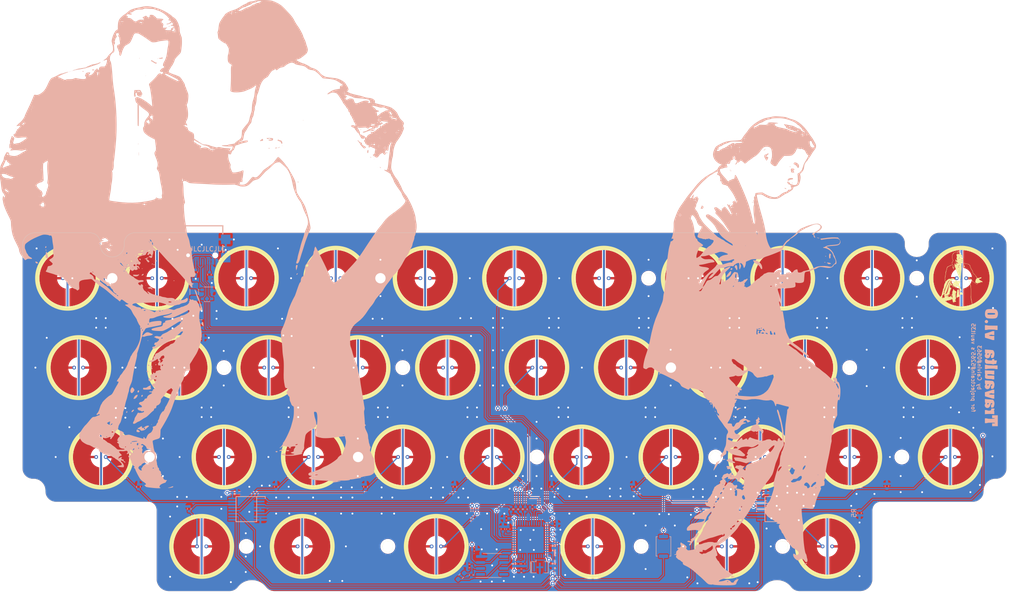
<source format=kicad_pcb>
(kicad_pcb (version 20221018) (generator pcbnew)
  (layers (0 "F.Cu" signal) (1 "In1.Cu" signal) (2 "In2.Cu" signal) (31 "B.Cu" signal) (34 "B.Paste" user) (35 "F.Paste" user) (36 "B.SilkS" user "B.Silkscreen") (37 "F.SilkS" user "F.Silkscreen") (38 "B.Mask" user) (39 "F.Mask" user) (44 "Edge.Cuts" user))
  (net 0 "")
  (net 1 "GND")
  (net 2 "D-")
  (net 3 "D+")
  (net 4 "VCC")
  (net 5 "+5V")
  (net 6 "Net-(U1-VCAP1)")
  (net 7 "NRST")
  (net 8 "APLEX_OUT_PIN_0")
  (net 9 "ROW0")
  (net 10 "ROW1")
  (net 11 "Net-(JP1-B)")
  (net 12 "VBAT")
  (net 13 "BOOT1")
  (net 14 "COL0")
  (net 15 "COL1")
  (net 16 "COL2")
  (net 17 "COL3")
  (net 18 "COL4")
  (net 19 "COL5")
  (net 20 "COL6")
  (net 21 "COL7")
  (net 22 "COL8")
  (net 23 "COL9")
  (net 24 "ROW2")
  (net 25 "ROW3")
  (net 26 "Net-(U1-PB12)")
  (net 27 "Net-(U1-PB15)")
  (net 28 "Net-(U1-PA10)")
  (net 29 "XTAL0")
  (net 30 "XTAL1")
  (net 31 "Net-(U1-PB14)")
  (net 32 "Net-(U1-PB13)")
  (net 33 "Net-(USB1-CC1)")
  (net 34 "Net-(USB1-CC2)")
  (net 39 "SWDIO")
  (net 40 "SWCLK")
  (net 41 "ADC")
  (net 43 "AMUX_SEL_2")
  (net 44 "AMUX_SEL_1")
  (net 45 "AMUX_SEL_0")
  (net 46 "BOOT0")
  (net 47 "APLEX_EN_PIN_1")
  (net 48 "APLEX_EN_PIN_0")
  (net 63 "COL10")
  (footprint "cipulot_parts:ecs_pad_1U_no_ring" (layer "F.Cu") (at 211.1375 76.2)
    (fp_text reference "SW20")
    (fp_text value "EC_SW" hide)
  )
  (footprint "cipulot_parts:HOLE_M2" (layer "F.Cu") (at 120.65 57.15)
    (fp_text reference "H2" hide)
    (fp_text value "MountingHole" hide)
  )
  (footprint "cipulot_parts:ecs_pad_1U_no_ring" (layer "F.Cu") (at 163.5125 95.25 180)
    (fp_text reference "SW27")
    (fp_text value "EC_SW" hide)
  )
  (footprint "cipulot_parts:HOLE_M2" (layer "F.Cu") (at 153.9875 95.25)
    (fp_text reference "H11" hide)
    (fp_text value "MountingHole" hide)
  )
  (footprint "cipulot_parts:ecs_pad_1U_no_ring" (layer "F.Cu") (at 115.8875 76.2)
    (fp_text reference "SW15")
    (fp_text value "EC_SW" hide)
  )
  (footprint "cipulot_parts:ecs_pad_1U_no_ring" (layer "F.Cu") (at 173.0375 76.2)
    (fp_text reference "SW18")
    (fp_text value "EC_SW" hide)
  )
  (footprint "cipulot_parts:ecs_pad_1U_no_ring" (layer "F.Cu") (at 53.975 57.15)
    (fp_text reference "SW1")
    (fp_text value "EC_SW" hide)
  )
  (footprint "cipulot_parts:ecs_pad_1U_no_ring" (layer "F.Cu") (at 206.375 57.15)
    (fp_text reference "SW9")
    (fp_text value "EC_SW" hide)
  )
  (footprint "cipulot_parts:ecs_pad_1U_no_ring" (layer "F.Cu") (at 182.5625 95.25 180)
    (fp_text reference "SW28")
    (fp_text value "EC_SW" hide)
  )
  (footprint "cipulot_parts:HOLE_M2" (layer "F.Cu") (at 63.5 57.15)
    (fp_text reference "H1" hide)
    (fp_text value "MountingHole" hide)
  )
  (footprint "cipulot_parts:ecs_pad_1U_no_ring" (layer "F.Cu") (at 111.125 57.15)
    (fp_text reference "SW4")
    (fp_text value "EC_SW" hide)
  )
  (footprint "cipulot_parts:ecs_pad_1U_no_ring" (layer "F.Cu") (at 153.9875 76.2)
    (fp_text reference "SW17")
    (fp_text value "EC_SW" hide)
  )
  (footprint "cipulot_parts:ecs_pad_1U_no_ring" (layer "F.Cu") (at 56.358 76.2)
    (fp_text reference "SW12")
    (fp_text value "EC_SW" hide)
  )
  (footprint "cipulot_parts:ecs_pad_1U_no_ring" (layer "F.Cu") (at 87.3125 95.25 180)
    (fp_text reference "SW23")
    (fp_text value "EC_SW" hide)
  )
  (footprint "cipulot_parts:ecs_pad_1U_no_ring" (layer "F.Cu") (at 132.555 114.3 180)
    (fp_text reference "SW34")
    (fp_text value "EC_SW" hide)
  )
  (footprint "cipulot_parts:ecs_pad_1U_no_ring" (layer "F.Cu") (at 61.12 95.25)
    (fp_text reference "SW22")
    (fp_text value "EC_SW" hide)
  )
  (footprint "cipulot_parts:ecs_pad_1U_no_ring" (layer "F.Cu") (at 134.9375 76.2)
    (fp_text reference "SW16")
    (fp_text value "EC_SW" hide)
  )
  (footprint "cipulot_parts:ecs_pad_1U_no_ring" (layer "F.Cu") (at 96.8375 76.2)
    (fp_text reference "SW14")
    (fp_text value "EC_SW" hide)
  )
  (footprint "cipulot_parts:HOLE_M2" (layer "F.Cu") (at 71.4375 95.25)
    (fp_text reference "H9" hide)
    (fp_text value "MountingHole" hide)
  )
  (footprint "cipulot_parts:ecs_pad_1U_no_ring" (layer "F.Cu") (at 168.275 57.15)
    (fp_text reference "SW7")
    (fp_text value "EC_SW" hide)
  )
  (footprint "cipulot_parts:HOLE_M2" (layer "F.Cu") (at 231.775 95.25)
    (fp_text reference "H13" hide)
    (fp_text value "MountingHole" hide)
  )
  (footprint "cipulot_parts:ecs_pad_1U_no_ring" (layer "F.Cu") (at 106.3625 95.25 180)
    (fp_text reference "SW24")
    (fp_text value "EC_SW" hide)
  )
  (footprint "cipulot_parts:ecs_pad_1U_no_ring" (layer "F.Cu") (at 244.475 57.15)
    (fp_text reference "SW11")
    (fp_text value "EC_SW" hide)
  )
  (footprint "cipulot_parts:HOLE_M2" (layer "F.Cu") (at 87.3125 76.2)
    (fp_text reference "H5" hide)
    (fp_text value "MountingHole" hide)
  )
  (footprint "cipulot_parts:ecs_pad_1U_no_ring" (layer "F.Cu") (at 242.095 95.25 180)
    (fp_text reference "SW31")
    (fp_text value "EC_SW" hide)
  )
  (footprint "cipulot_parts:ecs_pad_1U_no_ring" (layer "F.Cu") (at 73.025 57.15)
    (fp_text reference "SW2")
    (fp_text value "EC_SW" hide)
  )
  (footprint "LOGO" (layer "F.Cu") (at 244.475 57.15)
    (fp_text reference "G***" hide)
    (fp_text value "LOGO" hide)
  )
  (footprint "cipulot_parts:ecs_pad_1U_no_ring" (layer "F.Cu") (at 130.175 57.15)
    (fp_text reference "SW5")
    (fp_text value "EC_SW" hide)
  )
  (footprint "cipulot_parts:ecs_pad_1U_no_ring" (layer "F.Cu") (at 187.325 57.15)
    (fp_text reference "SW8")
    (fp_text value "EC_SW" hide)
  )
  (footprint "cipulot_parts:HOLE_M2" (layer "F.Cu") (at 115.8875 95.25)
    (fp_text reference "H10" hide)
    (fp_text value "MountingHole" hide)
  )
  (footprint "cipulot_parts:ecs_pad_1U_no_ring" (layer "F.Cu") (at 77.7875 76.2)
    (fp_text reference "SW13")
    (fp_text value "EC_SW" hide)
  )
  (footprint "cipulot_parts:ecs_pad_1U_no_ring" (layer "F.Cu") (at 237.33 76.2 180)
    (fp_text reference "SW21")
    (fp_text value "EC_SW" hide)
  )
  (footprint "cipulot_parts:HOLE_M2" (layer "F.Cu") (at 220.6625 76.2)
    (fp_text reference "H8" hide)
    (fp_text value "MountingHole" hide)
  )
  (footprint "cipulot_parts:HOLE_M2" (layer "F.Cu") (at 122.2375 114.3)
    (fp_text reference "H15" hide)
    (fp_text value "MountingHole" hide)
  )
  (footprint "cipulot_parts:HOLE_M2" (layer "F.Cu") (at 177.8 57.15)
    (fp_text reference "H3" hide)
    (fp_text value "MountingHole" hide)
  )
  (footprint "cipulot_parts:ecs_pad_1U_no_ring" (layer "F.Cu") (at 194.47 114.3 180)
    (fp_text reference "SW36")
    (fp_text value "EC_SW" hide)
  )
  (footprint "cipulot_parts:ecs_pad_1U_no_ring" (layer "F.Cu") (at 165.892 114.3 180)
    (fp_text reference "SW35")
    (fp_text value "EC_SW" hide)
  )
  (footprint "cipulot_parts:HOLE_M2" (layer "F.Cu") (at 206.375 114.3)
    (fp_text reference "H17" hide)
    (fp_text value "MountingHole" hide)
  )
  (footprint "cipulot_parts:ecs_pad_1U_no_ring" (layer "F.Cu") (at 125.4125 95.25 180)
    (fp_text reference "SW25")
    (fp_text value "EC_SW" hide)
  )
  (footprint "cipulot_parts:ecs_pad_1U_no_ring" (layer "F.Cu") (at 103.98 114.3 180)
    (fp_text reference "SW33")
    (fp_text value "EC_SW" hide)
  )
  (footprint "cipulot_parts:HOLE_M2" (layer "F.Cu") (at 234.95 57.15)
    (fp_text reference "H4" hide)
    (fp_text value "MountingHole" hide)
  )
  (footprint "cipulot_parts:ecs_pad_1U_no_ring" (layer "F.Cu") (at 82.55 114.3 180)
    (fp_text reference "SW32")
    (fp_text value "EC_SW" hide)
  )
  (footprint "cipulot_parts:HOLE_M2" (layer "F.Cu") (at 125.4125 76.2)
    (fp_text reference "H6" hide)
    (fp_text value "MountingHole" hide)
  )
  (footprint "cipulot_parts:ecs_pad_1U_no_ring" (layer "F.Cu") (at 92.075 57.15)
    (fp_text reference "SW3")
    (fp_text value "EC_SW" hide)
  )
  (footprint "cipulot_parts:ecs_pad_1U_no_ring" (layer "F.Cu") (at 144.4625 95.25 180)
    (fp_text reference "SW26")
    (fp_text value "EC_SW" hide)
  )
  (footprint "cipulot_parts:HOLE_M2" (layer "F.Cu") (at 176.2125 114.3)
    (fp_text reference "H16" hide)
    (fp_text value "MountingHole" hide)
  )
  (footprint "cipulot_parts:HOLE_M2" (layer "F.Cu") (at 192.0875 95.25)
    (fp_text reference "H12" hide)
    (fp_text value "MountingHole" hide)
  )
  (footprint "cipulot_parts:ecs_pad_1U_no_ring" (layer "F.Cu") (at 149.225 57.15)
    (fp_text reference "SW6")
    (fp_text value "EC_SW" hide)
  )
  (footprint "cipulot_parts:ecs_pad_1U_no_ring" (layer "F.Cu") (at 220.6625 95.25 180)
    (fp_text reference "SW30")
    (fp_text value "EC_SW" hide)
  )
  (footprint "cipulot_parts:ecs_pad_1U_no_ring" (layer "F.Cu") (at 201.6125 95.25 180)
    (fp_text reference "SW29")
    (fp_text value "EC_SW" hide)
  )
  (footprint "cipulot_parts:ecs_pad_1U_no_ring" (layer "F.Cu") (at 215.9 114.3 180)
    (fp_text reference "SW37")
    (fp_text value "EC_SW" hide)
  )
  (footprint "cipulot_parts:ecs_pad_1U_no_ring" (layer "F.Cu") (at 225.425 57.15)
    (fp_text reference "SW10")
    (fp_text value "EC_SW" hide)
  )
  (footprint "cipulot_parts:HOLE_M2" (layer "F.Cu") (at 182.5625 76.2)
    (fp_text reference "H7" hide)
    (fp_text value "MountingHole" hide)
  )
  (footprint "cipulot_parts:HOLE_M2" (layer "F.Cu") (at 92.075 114.3)
    (fp_text reference "H14" hide)
    (fp_text value "MountingHole" hide)
  )
  (footprint "cipulot_parts:ecs_pad_1U_no_ring" (layer "F.Cu") (at 192.0875 76.2)
    (fp_text reference "SW19")
    (fp_text value "EC_SW" hide)
  )
  (footprint "Crystal:Resonator_SMD_Murata_CSTxExxV-3Pin_3.0x1.1mm" (layer "B.Cu") (at 154.616 118.745)
    (fp_text reference "Y1" hide)
    (fp_text value "8 MHz")
  )
  (footprint "Capacitor_SMD:C_0402_1005Metric" (layer "B.Cu") (at 147.504 108.331 180)
    (fp_text reference "C7" hide)
    (fp_text value "100n")
  )
  (footprint "Capacitor_SMD:C_0402_1005Metric" (layer "B.Cu") (at 202.311 102.87)
    (fp_text reference "C12" hide)
    (fp_text value "100n")
  )
  (footprint "Capacitor_SMD:C_0402_1005Metric" (layer "B.Cu") (at 149.031 118.02 -90)
    (fp_text reference "C15" hide)
    (fp_text value "100n")
  )
  (footprint "LOGO" (layer "B.Cu") (at 69.85 50.8 180)
    (fp_text reference "G***" hide)
    (fp_text value "LOGO" hide)
  )
  (footprint "Package_SO:SOIC-8_3.9x4.9mm_P1.27mm" (layer "B.Cu") (at 144.460375 118.364)
    (fp_text reference "U5" hide)
    (fp_text value "OPA350")
  )
  (footprint "Resistor_SMD:R_0402_1005Metric" (layer "B.Cu") (at 146.742 110.617 -90)
    (fp_text reference "R7" hide)
    (fp_text value "10k")
  )
  (footprint "Resistor_SMD:R_0402_1005Metric" (layer "B.Cu") (at 98.425 101.6 90)
    (fp_text reference "R11" hide)
    (fp_text value "100k")
  )
  (footprint "Resistor_SMD:R_0402_1005Metric" (layer "B.Cu") (at 151.511 106.387 -90)
    (fp_text reference "R2" hide)
    (fp_text value "100")
  )
  (footprint "Capacitor_SMD:C_0402_1005Metric" (layer "B.Cu") (at 157.791 115.663994)
    (fp_text reference "C9" hide)
    (fp_text value "100n")
  )
  (footprint "Resistor_SMD:R_0402_1005Metric" (layer "B.Cu") (at 153.035 105.918)
    (fp_text reference "R4" hide)
    (fp_text value "100k")
  )
  (footprint "Package_DFN_QFN:QFN-48-1EP_7x7mm_P0.5mm_EP5.6x5.6mm" (layer "B.Cu") (at 152.654 112.903 90)
    (fp_text reference "U1" hide)
    (fp_text value "STM32F401CBUx")
  )
  (footprint "Resistor_SMD:R_0402_1005Metric" (layer "B.Cu") (at 157.1625 101.6 90)
    (fp_text reference "R12" hide)
    (fp_text value "100k")
  )
  (footprint "Resistor_SMD:R_0402_1005Metric" (layer "B.Cu") (at 69.088 101.6 90)
    (fp_text reference "R15" hide)
    (fp_text value "100k")
  )
  (footprint "Capacitor_SMD:C_0402_1005Metric" (layer "B.Cu") (at 151.063 118.02 -90)
    (fp_text reference "C11" hide)
    (fp_text value "1u")
  )
  (footprint "Resistor_SMD:R_0402_1005Metric" (layer "B.Cu") (at 79.883 106.299 90)
    (fp_text reference "R13" hide)
    (fp_text value "100k")
  )
  (footprint "Capacitor_SMD:C_0402_1005Metric" (layer "B.Cu") (at 157.791 109.474)
    (fp_text reference "C8" hide)
    (fp_text value "100n")
  )
  (footprint "Resistor_SMD:R_0402_1005Metric" (layer "B.Cu") (at 174.625 101.6 90)
    (fp_text reference "R10" hide)
    (fp_text value "100k")
  )
  (footprint "cipulot_parts:TSSOP16" (layer "B.Cu") (at 204.7875 106.3625 -90)
    (fp_text reference "U3")
    (fp_text value "74HC4051")
  )
  (footprint "Resistor_SMD:R_0402_1005Metric" (layer "B.Cu") (at 148.463 106.387 90)
    (fp_text reference "R1" hide)
    (fp_text value "100")
  )
  (footprint "Resistor_SMD:R_0402_1005Metric" (layer "B.Cu") (at 228.6 101.473 90)
    (fp_text reference "R16" hide)
    (fp_text value "100k")
  )
  (footprint "LOGO" (layer "B.Cu") (at 250.825 76.2 90)
    (fp_text reference "G***" hide)
    (fp_text value "LOGO" hide)
  )
  (footprint "Capacitor_SMD:C_0402_1005Metric" (layer "B.Cu") (at 140.650375 114.935 180)
    (fp_text reference "C14" hide)
    (fp_text value "220p")
  )
  (footprint "Resistor_SMD:R_0402_1005Metric" (layer "B.Cu") (at 149.479 106.387 90)
    (fp_text reference "R9" hide)
    (fp_text value "100")
  )
  (footprint "Capacitor_SMD:C_0402_1005Metric" (layer "B.Cu") (at 89.587153 102.878779)
    (fp_text reference "C13" hide)
    (fp_text value "100n")
  )
  (footprint "Resistor_SMD:R_0402_1005Metric" (layer "B.Cu") (at 140.015375 120.396 -90)
    (fp_text reference "R21" hide)
    (fp_text value "100k")
  )
  (footprint "Capacitor_SMD:C_0402_1005Metric" (layer "B.Cu") (at 82.423 69.85)
    (fp_text reference "C5" hide)
    (fp_text value "1u")
  )
  (footprint "Resistor_SMD:R_0402_1005Metric" (layer "B.Cu") (at 193.675 101.6 90)
    (fp_text reference "R20" hide)
    (fp_text value "100k")
  )
  (footprint "Resistor_SMD:R_0402_1005Metric" (layer "B.Cu") (at 139.634375 118.491 180)
    (fp_text reference "R23" hide)
    (fp_text value "1k")
  )
  (footprint "Resistor_SMD:R_0402_1005Metric" (layer "B.Cu") (at 207.9625 111.125 -90)
    (fp_text reference "R14" hide)
    (fp_text value "100k")
  )
  (footprint "Resistor_SMD:R_0402_1005Metric" (layer "B.Cu") (at 150.679 119.507)
    (fp_text reference "R6" hide)
    (fp_text value "10k")
  )
  (footprint "Fuse:Fuse_1206_3216Metric" (layer "B.Cu") (at 80.9625 60.071 -90)
    (fp_text reference "F_USBC1" hide)
    (fp_text value "500mA")
  )
  (footprint "Package_TO_SOT_SMD:SOT-143" (layer "B.Cu") (at 83.693 60.579 180)
    (fp_text reference "D1" hide)
    (fp_text value "PRTR5V0U2X")
  )
  (footprint "Resistor_SMD:R_0402_1005Metric" (layer "B.Cu") (at 81.28 55.88 90)
    (fp_text reference "R18" hide)
    (fp_text value "5.1k")
  )
  (footprint "Resistor_SMD:R_0402_1005Metric" (layer "B.Cu") (at 157.41 114.173 -90)
    (fp_text reference "R3" hide)
    (fp_text value "10k")
  )
  (footprint "Resistor_SMD:R_0402_1005Metric" (layer "B.Cu") (at 150.495 106.387 -90)
    (fp_text reference "R8" hide)
    (fp_text value "100")
  )
  (footprint "Resistor_SMD:R_0402_1005Metric" (layer "B.Cu") (at 222.758 107.188 -90)
    (fp_text reference "R5")
    (fp_text value "100k")
  )
  (footprint "Capacitor_SMD:C_0402_1005Metric" (layer "B.Cu") (at 147.885 110.617 90)
    (fp_text reference "C1" hide)
    (fp_text value "4.7u")
  )
  (footprint "Capacitor_SMD:C_0402_1005Metric" (layer "B.Cu") (at 81.407 62.865)
    (fp_text reference "C4" hide)
    (fp_text value "1u")
  )
  (footprint "cipulot_parts:TSSOP16" (layer "B.Cu") (at 92.075 106.3625 -90)
    (fp_text reference "U4")
    (fp_text value "74HC4051")
  )
  (footprint "Button_Switch_SMD:SW_Push_SPST_NO_Alps_SKRK" (layer "B.Cu") (at 180.975 114.3 -90)
    (fp_text reference "SW38" hide)
    (fp_text value "BOOT0")
  )
  (footprint "Capacitor_SMD:C_0402_1005Metric" (layer "B.Cu") (at 157.41 117.983 -90)
    (fp_text reference "C6" hide)
    (fp_text value "100n")
  )
  (footprint "Package_TO_SOT_SMD:SOT-23" (layer "B.Cu") (at 81.026 67.564 180)
    (fp_text reference "U2" hide)
    (fp_text value "XC6206PxxxMR")
  )
  (footprint "LOGO" (layer "B.Cu") (at 197.679332 72.773321 180)
    (fp_text reference "G***" hide)
    (fp_text value "LOGO" hide)
  )
  (footprint "Resistor_SMD:R_0603_1608Metric_Pad0.98x0.95mm_HandSolder" (layer "B.Cu") (at 137.856375 120.65 45)
    (fp_text reference "JP1" hide)
    (fp_text value "Ext_Res")
  )
  (footprint "cipulot_parts:TYPEC-304YSSW-ACP16" (layer "B.Cu") (at 82.55 45.974)
    (fp_text reference "USB1" hide)
    (fp_text value "TYPEC-304YSSW-ACP16")
  )
  (footprint "Resistor_SMD:R_0402_1005Metric" (layer "B.Cu") (at 136.525 101.6 90)
    (fp_text reference "R19" hide)
    (fp_text value "100k")
  )
  (footprint "LOGO" (layer "B.Cu") (at 98.425 49.2125 180)
    (fp_text reference "G***" hide)
    (fp_text value "LOGO" hide)
  )
  (footprint "Resistor_SMD:R_0402_1005Metric" (layer "B.Cu") (at 84.201 56.39 -90)
    (fp_text reference "R24" hide)
    (fp_text value "5.1k")
  )
  (footprint "Capacitor_SMD:C_0402_1005Metric" (layer "B.Cu") (at 150.047 118.02 -90)
    (fp_text reference "C10" hide)
    (fp_text value "100n")
  )
  (footprint "Resistor_SMD:R_0402_1005Metric" (layer "B.Cu") (at 117.475 101.6 90)
    (fp_text reference "R17" hide)
    (fp_text value "100k")
  )
  (gr_arc locked (start 237.500001 49.675) (mid 238.144372 48.119371) (end 239.7 47.475001) (stroke (width 0.05)) (layer "Edge.Cuts"))
  (gr_line locked (start 85.470568 47.474999) (end 79.640568 47.474999) (stroke (width 0.05)) (layer "Edge.Cuts"))
  (gr_arc locked (start 90.257292 122.969097) (mid 93.265625 121.49072) (end 96.273958 122.969097) (stroke (width 0.05)) (layer "Edge.Cuts"))
  (gr_line locked (start 72.95 106.575) (end 72.95 121.224999) (stroke (width 0.05)) (layer "Edge.Cuts"))
  (gr_line locked (start 98.015625 123.825) (end 200.434375 123.825) (stroke (width 0.05)) (layer "Edge.Cuts"))
  (gr_line locked (start 251.474999 47.474999) (end 239.7 47.475001) (stroke (width 0.05)) (layer "Edge.Cuts"))
  (gr_line locked (start 46.575 99.884) (end 46.716 99.884) (stroke (width 0.05)) (layer "Edge.Cuts"))
  (gr_arc locked (start 66.05 49.675) (mid 66.694371 48.119372) (end 68.249999 47.474999) (stroke (width 0.05)) (layer "Edge.Cuts"))
  (gr_line locked (start 209.934375 123.825) (end 222.9 123.825) (stroke (width 0.05)) (layer "Edge.Cuts"))
  (gr_arc locked (start 202.176041 122.969097) (mid 205.184375 121.490719) (end 208.192708 122.969097) (stroke (width 0.05)) (layer "Edge.Cuts"))
  (gr_arc locked (start 230.200001 47.474999) (mid 231.755646 48.119357) (end 232.4 49.675) (stroke (width 0.05)) (layer "Edge.Cuts"))
  (gr_arc locked (start 66.05 50.075) (mid 63.499999 52.624976) (end 60.949999 50.074999) (stroke (width 0.05)) (layer "Edge.Cuts"))
  (gr_line locked (start 225.5 121.224999) (end 225.5 106.575) (stroke (width 0.05)) (layer "Edge.Cuts"))
  (gr_line locked (start 249.184374 102.574999) (end 249.184374 102.433999) (stroke (width 0.05)) (layer "Edge.Cuts"))
  (gr_line locked (start 58.75 47.475001) (end 46.975 47.474999) (stroke (width 0.05)) (layer "Edge.Cuts"))
  (gr_arc locked (start 249.184374 102.574999) (mid 248.54 104.130605) (end 246.984375 104.774998) (stroke (width 0.05)) (layer "Edge.Cuts"))
  (gr_arc locked (start 71.150001 104.774999) (mid 72.422802 105.302199) (end 72.95 106.575) (stroke (width 0.05)) (layer "Edge.Cuts"))
  (gr_line locked (start 232.4 50.075) (end 232.4 49.675) (stroke (width 0.05)) (layer "Edge.Cuts"))
  (gr_arc locked (start 202.176041 122.969097) (mid 201.404683 123.599469) (end 200.434375 123.825) (stroke (width 0.05)) (layer "Edge.Cuts"))
  (gr_line locked (start 254.075 97.684) (end 254.075 50.075) (stroke (width 0.05)) (layer "Edge.Cuts"))
  (gr_line locked (start 60.949999 50.074999) (end 60.949999 49.675) (stroke (width 0.05)) (layer "Edge.Cuts"))
  (gr_line locked (start 227.299999 104.774999) (end 246.984375 104.774998) (stroke (width 0.05)) (layer "Edge.Cuts"))
  (gr_line locked (start 230.200001 47.474999) (end 85.470568 47.474999) (stroke (width 0.05)) (layer "Edge.Cuts"))
  (gr_arc locked (start 225.5 106.575) (mid 226.027214 105.302214) (end 227.299999 104.774999) (stroke (width 0.05)) (layer "Edge.Cuts"))
  (gr_arc locked (start 225.5 121.224999) (mid 224.738484 123.063483) (end 222.9 123.825) (stroke (width 0.05)) (layer "Edge.Cuts"))
  (gr_arc locked (start 90.257292 122.969097) (mid 89.485929 123.599459) (end 88.515625 123.825) (stroke (width 0.05)) (layer "Edge.Cuts"))
  (gr_arc locked (start 46.716 99.884) (mid 48.519131 100.630869) (end 49.266 102.433999) (stroke (width 0.05)) (layer "Edge.Cuts"))
  (gr_line locked (start 79.640568 47.474999) (end 68.249999 47.474999) (stroke (width 0.05)) (layer "Edge.Cuts"))
  (gr_arc locked (start 251.474999 47.474999) (mid 253.313488 48.236514) (end 254.075 50.075) (stroke (width 0.05)) (layer "Edge.Cuts"))
  (gr_line locked (start 75.55 123.825) (end 88.515625 123.825) (stroke (width 0.05)) (layer "Edge.Cuts"))
  (gr_arc locked (start 44.375 50.075) (mid 45.136508 48.236507) (end 46.975 47.474999) (stroke (width 0.05)) (layer "Edge.Cuts"))
  (gr_arc locked (start 237.500001 50.074999) (mid 234.950005 52.624958) (end 232.4 50.075) (stroke (width 0.05)) (layer "Edge.Cuts"))
  (gr_line locked (start 44.375 50.075) (end 44.375 97.684) (stroke (width 0.05)) (layer "Edge.Cuts"))
  (gr_arc locked (start 209.934375 123.825) (mid 208.964047 123.599508) (end 208.192708 122.969097) (stroke (width 0.05)) (layer "Edge.Cuts"))
  (gr_arc locked (start 75.55 123.825) (mid 73.711531 123.063469) (end 72.95 121.224999) (stroke (width 0.05)) (layer "Edge.Cuts"))
  (gr_arc locked (start 254.075 97.684) (mid 253.430641 99.23964) (end 251.875 99.884) (stroke (width 0.05)) (layer "Edge.Cuts"))
  (gr_arc locked (start 98.015625 123.825) (mid 97.045319 123.599465) (end 96.273958 122.969097) (stroke (width 0.05)) (layer "Edge.Cuts"))
  (gr_line locked (start 251.734375 99.884) (end 251.875 99.884) (stroke (width 0.05)) (layer "Edge.Cuts"))
  (gr_arc locked (start 51.466 104.774999) (mid 49.910375 104.130625) (end 49.266 102.575) (stroke (width 0.05)) (layer "Edge.Cuts"))
  (gr_line locked (start 66.05 49.675) (end 66.05 50.075) (stroke (width 0.05)) (layer "Edge.Cuts"))
  (gr_arc locked (start 58.75 47.475001) (mid 60.305643 48.119357) (end 60.949999 49.675) (stroke (width 0.05)) (layer "Edge.Cuts"))
  (gr_line locked (start 237.500001 49.675) (end 237.500001 50.074999) (stroke (width 0.05)) (layer "Edge.Cuts"))
  (gr_line locked (start 49.266 102.433999) (end 49.266 102.575) (stroke (width 0.05)) (layer "Edge.Cuts"))
  (gr_arc locked (start 46.575 99.884) (mid 45.019374 99.239626) (end 44.375 97.684) (stroke (width 0.05)) (layer "Edge.Cuts"))
  (gr_line locked (start 51.466 104.774999) (end 71.150001 104.774999) (stroke (width 0.05)) (layer "Edge.Cuts"))
  (gr_arc locked (start 249.184374 102.433999) (mid 249.931233 100.630857) (end 251.734375 99.884) (stroke (width 0.05)) (layer "Edge.Cuts"))
  (gr_text "JLCJLCJLCJLC" (at 82.55 50.927) (layer "B.SilkS") (effects (font (size 1 1))))
  (gr_text "by Calvin#0563\nfor projectcain#5265's vault35\n" (at 247.65 76.2 -90) (layer "B.SilkS") (effects (font (size 0.8 0.8)) (justify mirror)))
  (segment (start 81.28 57.277) (end 83.82 57.277) (width 0.25) (layer "F.Cu") (net 1))
  (segment (start 83.82 57.277) (end 84.709 58.166) (width 0.25) (layer "F.Cu") (net 1))
  (via (at 74.295 91.313) (size 0.8) (drill 0.4) (layers "F.Cu" "B.Cu") (net 1))
  (via (at 188.214 122.174) (size 0.8) (drill 0.4) (layers "F.Cu" "B.Cu") (net 1))
  (via (at 151.003 99.314) (size 0.8) (drill 0.4) (layers "F.Cu" "B.Cu") (net 1))
  (via (at 92.71 106.934) (size 0.8) (drill 0.4) (layers "F.Cu" "B.Cu") (net 1))
  (via (at 196.342 86.741) (size 0.8) (drill 0.4) (layers "F.Cu" "B.Cu") (net 1))
  (via (at 97.028 101.346) (size 0.8) (drill 0.4) (layers "F.Cu" "B.Cu") (net 1))
  (via (at 177.165 109.855) (size 0.8) (drill 0.4) (layers "F.Cu" "B.Cu") (net 1))
  (via (at 101.727 69.469) (size 0.8) (drill 0.4) (layers "F.Cu" "B.Cu") (net 1))
  (via (at 81.28 57.277) (size 0.8) (drill 0.4) (layers "F.Cu" "B.Cu") (net 1))
  (via (at 106.807 107.315) (size 0.8) (drill 0.4) (layers "F.Cu" "B.Cu") (net 1))
  (via (at 82.55 49.999) (size 0.8) (drill 0.4) (layers "F.Cu" "B.Cu") (net 1))
  (via (at 222.123 103.124) (size 0.8) (drill 0.4) (layers "F.Cu" "B.Cu") (net 1))
  (via (at 233.934 67.691) (size 0.8) (drill 0.4) (layers "F.Cu" "B.Cu") (net 1))
  (via (at 87.249 80.01) (size 0.8) (drill 0.4) (layers "F.Cu" "B.Cu") (net 1))
  (via (at 79.375 103.759) (size 0.8) (drill 0.4) (layers "F.Cu" "B.Cu") (net 1))
  (via (at 146.939 121.666) (size 0.8) (drill 0.4) (layers "F.Cu" "B.Cu") (net 1))
  (via (at 47.117 76.2) (size 0.8) (drill 0.4) (layers "F.Cu" "B.Cu") (net 1))
  (via (at 131.445 101.854) (size 0.8) (drill 0.4) (layers "F.Cu" "B.Cu") (net 1))
  (via (at 169.545 103.632) (size 0.8) (drill 0.4) (layers "F.Cu" "B.Cu") (net 1))
  (via (at 196.342 84.709) (size 0.8) (drill 0.4) (layers "F.Cu" "B.Cu") (net 1))
  (via (at 77.43 51.094) (size 0.8) (drill 0.4) (layers "F.Cu" "B.Cu") (net 1))
  (via (at 112.268 107.315) (size 0.8) (drill 0.4) (layers "F.Cu" "B.Cu") (net 1))
  (via (at 232.156 86.741) (size 0.8) (drill 0.4) (layers "F.Cu" "B.Cu") (net 1))
  (via (at 182.499 80.01) (size 0.8) (drill 0.4) (layers "F.Cu" "B.Cu") (net 1))
  (via (at 77.343 105.791) (size 0.8) (drill 0.4) (layers "F.Cu" "B.Cu") (net 1))
  (via (at 76.327 67.818) (size 0.8) (drill 0.4) (layers "F.Cu" "B.Cu") (net 1))
  (via (at 186.055 120.904) (size 0.8) (drill 0.4) (layers "F.Cu" "B.Cu") (net 1))
  (via (at 113.284 114.3) (size 0.8) (drill 0.4) (layers "F.Cu" "B.Cu") (net 1))
  (via (at 215.773 67.691) (size 0.8) (drill 0.4) (layers "F.Cu" "B.Cu") (net 1))
  (via (at 171.831 101.981) (size 0.8) (drill 0.4) (layers "F.Cu" "B.Cu") (net 1))
  (via (at 195.072 67.691) (size 0.8) (drill 0.4) (layers "F.Cu" "B.Cu") (net 1))
  (via (at 144.653 76.2) (size 0.8) (drill 0.4) (layers "F.Cu" "B.Cu") (net 1))
  (via (at 114.681 103.886) (size 0.8) (drill 0.4) (layers "F.Cu" "B.Cu") (net 1))
  (via (at 82.55 86.741) (size 0.8) (drill 0.4) (layers "F.Cu" "B.Cu") (net 1))
  (via (at 142.113 110.617) (size 0.8) (drill 0.4) (layers "F.Cu" "B.Cu") (net 1))
  (via (at 231.521 99.314) (size 0.8) (drill 0.4) (layers "F.Cu" "B.Cu") (net 1))
  (via (at 160.909 107.315) (size 0.8) (drill 0.4) (layers "F.Cu" "B.Cu") (net 1))
  (via (at 114.554 101.727) (size 0.8) (drill 0.4) (layers "F.Cu" "B.Cu") (net 1))
  (via (at 231.902 67.691) (size 0.8) (drill 0.4) (layers "F.Cu" "B.Cu") (net 1))
  (via (at 118.999 65.786) (size 0.8) (drill 0.4) (layers "F.Cu" "B.Cu") (net 1))
  (via (at 189.357 103.759) (size 0.8) (drill 0.4) (layers "F.Cu" "B.Cu") (net 1))
  (via (at 75.819 120.777) (size 0.8) (drill 0.4) (layers "F.Cu" "B.Cu") (net 1))
  (via (at 137.668 65.659) (size 0.8) (drill 0.4) (layers "F.Cu" "B.Cu") (net 1))
  (via (at 84.582 86.741) (size 0.8) (drill 0.4) (layers "F.Cu" "B.Cu") (net 1))
  (via (at 173.101 95.25) (size 0.8) (drill 0.4) (layers "F.Cu" "B.Cu") (net 1))
  (via (at 141.859 80.01) (size 0.8) (drill 0.4) (layers "F.Cu" "B.Cu") (net 1))
  (via (at 120.904 107.315) (size 0.8) (drill 0.4) (layers "F.Cu" "B.Cu") (net 1))
  (via (at 152.584 112.903) (size 0.8) (drill 0.4) (layers "F.Cu" "B.Cu") (net 1))
  (via (at 144.460375 118.364) (size 0.8) (drill 0.4) (layers "F.Cu" "B.Cu") (net 1))
  (via (at 47.371 50.8) (size 0.8) (drill 0.4) (layers "F.Cu" "B.Cu") (net 1))
  (via (at 246.38 102.743) (size 0.8) (drill 0.4) (layers "F.Cu" "B.Cu") (net 1))
  (via (at 99.695 65.786) (size 0.8) (drill 0.4) (layers "F.Cu" "B.Cu") (net 1))
  (via (at 210.82 103.251) (size 0.8) (drill 0.4) (layers "F.Cu" "B.Cu") (net 1))
  (via (at 199.263 122.174) (size 0.8) (drill 0.4) (layers "F.Cu" "B.Cu") (net 1))
  (via (at 195.072 65.659) (size 0.8) (drill 0.4) (layers "F.Cu" "B.Cu") (net 1))
  (via (at 231.902 65.659) (size 0.8) (drill 0.4) (layers "F.Cu" "B.Cu") (net 1))
  (via (at 234.95 61.087) (size 0.8) (drill 0.4) (layers "F.Cu" "B.Cu") (net 1))
  (via (at 144.653 65.659) (size 0.8) (drill 0.4) (layers "F.Cu" "B.Cu") (net 1))
  (via (at 139.7 57.15) (size 0.8) (drill 0.4) (layers "F.Cu" "B.Cu") (net 1))
  (via (at 153.035 101.981) (size 0.8) (drill 0.4) (layers "F.Cu" "B.Cu") (net 1))
  (via (at 233.934 65.659) (size 0.8) (drill 0.4) (layers "F.Cu" "B.Cu") (net 1))
  (via (at 139.954 65.659) (size 0.8) (drill 0.4) (layers "F.Cu" "B.Cu") (net 1))
  (via (at 139.192 86.741) (size 0.8) (drill 0.4) (layers "F.Cu" "B.Cu") (net 1))
  (via (at 232.156 84.709) (size 0.8) (drill 0.4) (layers "F.Cu" "B.Cu") (net 1))
  (via (at 66.294 86.868) (size 0.8) (drill 0.4) (layers "F.Cu" "B.Cu") (net 1))
  (via (at 158.75 57.15) (size 0.8) (drill 0.4) (layers "F.Cu" "B.Cu") (net 1))
  (via (at 123.571 107.315) (size 0.8) (drill 0.4) (layers "F.Cu" "B.Cu") (net 1))
  (via (at 215.9 57.15) (size 0.8) (drill 0.4) (layers "F.Cu" "B.Cu") (net 1))
  (via (at 62.103 67.691) (size 0.8) (drill 0.4) (layers "F.Cu" "B.Cu") (net 1))
  (via (at 187.325 102.108) (size 0.8) (drill 0.4) (layers "F.Cu" "B.Cu") (net 1))
  (via (at 213.741 67.691) (size 0.8) (drill 0.4) (layers "F.Cu" "B.Cu") (net 1))
  (via (at 196.85 57.15) (size 0.8) (drill 0.4) (layers "F.Cu" "B.Cu") (net 1))
  (via (at 106.426 76.2) (size 0.8) (drill 0.4) (layers "F.Cu" "B.Cu") (net 1))
  (via (at 153.289 120.777) (size 0.8) (drill 0.4) (layers "F.Cu" "B.Cu") (net 1))
  (via (at 123.19 103.886) (size 0.8) (drill 0.4) (layers "F.Cu" "B.Cu") (net 1))
  (via (at 159.004 110.744) (size 0.8) (drill 0.4) (layers "F.Cu" "B.Cu") (net 1))
  (via (at 198.374 86.741) (size 0.8) (drill 0.4) (layers "F.Cu" "B.Cu") (net 1))
  (via (at 138.303 101.981) (size 0.8) (drill 0.4) (layers "F.Cu" "B.Cu") (net 1))
  (via (at 120.904 101.727) (size 0.8) (drill 0.4) (layers "F.Cu" "B.Cu") (net 1))
  (via (at 158.623 67.691) (size 0.8) (drill 0.4) (layers "F.Cu" "B.Cu") (net 1))
  (via (at 174.625 103.632) (size 0.8) (drill 0.4) (layers "F.Cu" "B.Cu") (net 1))
  (via (at 144.653 72.517) (size 0.8) (drill 0.4) (layers "F.Cu" "B.Cu") (net 1))
  (via (at 125.349 80.01) (size 0.8) (drill 0.4) (layers "F.Cu" "B.Cu") (net 1))
  (via (at 109.855 121.666) (size 0.8) (drill 0.4) (layers "F.Cu" "B.Cu") (net 1))
  (via (at 177.8 53.213) (size 0.8) (drill 0.4) (layers "F.Cu" "B.Cu") (net 1))
  (via (at 213.741 65.659) (size 0.8) (drill 0.4) (layers "F.Cu" "B.Cu") (net 1))
  (via (at 251.079 50.8) (size 0.8) (drill 0.4) (layers "F.Cu" "B.Cu") (net 1))
  (via (at 164.592 103.759) (size 0.8) (drill 0.4) (layers "F.Cu" "B.Cu") (net 1))
  (via (at 101.092 84.709) (size 0.8) (drill 0.4) (layers "F.Cu" "B.Cu") (net 1))
  (via (at 179.197 84.709) (size 0.8) (drill 0.4) (layers "F.Cu" "B.Cu") (net 1))
  (via (at 197.104 65.659) (size 0.8) (drill 0.4) (layers "F.Cu" "B.Cu") (net 1))
  (via (at 82.55 84.709) (size 0.8) (drill 0.4) (layers "F.Cu" "B.Cu") (net 1))
  (via (at 101.092 86.741) (size 0.8) (drill 0.4) (layers "F.Cu" "B.Cu") (net 1))
  (via (at 101.092 101.6) (size 0.8) (drill 0.4) (layers "F.Cu" "B.Cu") (net 1))
  (via (at 134.874 95.25) (size 0.8) (drill 0.4) (layers "F.Cu" "B.Cu") (net 1))
  (via (at 103.124 84.709) (size 0.8) (drill 0.4) (layers "F.Cu" "B.Cu") (net 1))
  (via (at 215.265 86.741) (size 0.8) (drill 0.4) (layers "F.Cu" "B.Cu") (net 1))
  (via (at 160.909 103.632) (size 0.8) (drill 0.4) (layers "F.Cu" "B.Cu") (net 1))
  (via (at 60.071 67.691) (size 0.8) (drill 0.4) (layers "F.Cu" "B.Cu") (net 1))
  (via (at 133.985 101.727) (size 0.8) (drill 0.4) (layers "F.Cu" "B.Cu") (net 1))
  (via (at 133.985 103.886) (size 0.8) (drill 0.4) (layers "F.Cu" "B.Cu") (net 1))
  (via (at 51.435 95.25) (size 0.8) (drill 0.4) (layers "F.Cu" "B.Cu") (net 1))
  (via (at 96.774 95.25) (size 0.8) (drill 0.4) (layers "F.Cu" "B.Cu") (net 1))
  (via (at 251.206 63.5) (size 0.8) (drill 0.4) (layers "F.Cu" "B.Cu") (net 1))
  (via (at 101.092 103.886) (size 0.8) (drill 0.4) (layers "F.Cu" "B.Cu") (net 1))
  (via (at 222.758 120.65) (size 0.8) (drill 0.4) (layers "F.Cu" "B.Cu") (net 1))
  (via (at 244.094 69.723) (size 0.8) (drill 0.4) (layers "F.Cu" "B.Cu") (net 1))
  (via (at 201.041 121.92) (size 0.8) (drill 0.4) (layers "F.Cu" "B.Cu") (net 1))
  (via (at 77.343 103.759) (size 0.8) (drill 0.4) (layers "F.Cu" "B.Cu") (net 1))
  (via (at 177.165 86.741) (size 0.8) (drill 0.4) (layers "F.Cu" "B.Cu") (net 1))
  (via (at 220.98 105.664) (size 0.8) (drill 0.4) (layers "F.Cu" "B.Cu") (net 1))
  (via (at 121.031 69.469) (size 0.8) (drill 0.4) (layers "F.Cu" "B.Cu") (net 1))
  (via (at 242.189 84.709) (size 0.8) (drill 0.4) (layers "F.Cu" "B.Cu") (net 1))
  (via (at 49.53 69.85) (size 0.8) (drill 0.4) (layers "F.Cu" "B.Cu") (net 1))
  (via (at 139.065 107.315) (size 0.8) (drill 0.4) (layers "F.Cu" "B.Cu") (net 1))
  (via (at 137.287 103.886) (size 0.8) (drill 0.4) (layers "F.Cu" "B.Cu") (net 1))
  (via (at 158.496 101.981) (size 0.8) (drill 0.4) (layers "F.Cu" "B.Cu") (net 1))
  (via (at 112.268 103.886) (size 0.8) (drill 0.4) (layers "F.Cu" "B.Cu") (net 1))
  (via (at 139.954 69.469) (size 0.8) (drill 0.4) (layers "F.Cu" "B.Cu") (net 1))
  (via (at 62.103 65.659) (size 0.8) (drill 0.4) (layers "F.Cu" "B.Cu") (net 1))
  (via (at 87.249 72.644) (size 0.8) (drill 0.4) (layers "F.Cu" "B.Cu") (net 1))
  (via (at 82.55 64.135) (size 0.8) (drill 0.4) (layers "F.Cu" "B.Cu") (net 1))
  (via (at 75.692 48.895) (size 0.8) (drill 0.4) (layers "F.Cu" "B.Cu") (net 1))
  (via (at 106.299 103.886) (size 0.8) (drill 0.4) (layers "F.Cu" "B.Cu") (net 1))
  (via (at 101.727 65.786) (size 0.8) (drill 0.4) (layers "F.Cu" "B.Cu") (net 1))
  (via (at 153.924 87.757) (size 0.8) (drill 0.4) (layers "F.Cu" "B.Cu") (net 1))
  (via (at 192.151 99.314) (size 0.8) (drill 0.4) (layers "F.Cu" "B.Cu") (net 1))
  (via (at 145.415 114.935) (size 0.8) (drill 0.4) (layers "F.Cu" "B.Cu") (net 1))
  (via (at 78.359 65.786) (size 0.8) (drill 0.4) (layers "F.Cu" "B.Cu") (net 1))
  (via (at 66.294 84.836) (size 0.8) (drill 0.4) (layers "F.Cu" "B.Cu") (net 1))
  (via (at 76.327 65.786) (size 0.8) (drill 0.4) (layers "F.Cu" "B.Cu") (net 1))
  (via (at 121.031 65.786) (size 0.8) (drill 0.4) (layers "F.Cu" "B.Cu") (net 1))
  (via (at 120.142 84.709) (size 0.8) (drill 0.4) (layers "F.Cu" "B.Cu") (net 1))
  (via (at 156.591 65.659) (size 0.8) (drill 0.4) (layers "F.Cu" "B.Cu") (net 1))
  (via (at 234.95 53.34) (size 0.8) (drill 0.4) (layers "F.Cu" "B.Cu") (net 1))
  (via (at 151.257 120.777) (size 0.8) (drill 0.4) (layers "F.Cu" "B.Cu") (net 1))
  (via (at 149.098 120.777) (size 0.8) (drill 0.4) (layers "F.Cu" "B.Cu") (net 1))
  (via (at 158.623 86.741) (size 0.8) (drill 0.4) (layers "F.Cu" "B.Cu") (net 1))
  (via (at 95.377 101.346) (size 0.8) (drill 0.4) (layers "F.Cu" "B.Cu") (net 1))
  (via (at 182.499 72.39) (size 0.8) (drill 0.4) (layers "F.Cu" "B.Cu") (net 1))
  (via (at 114.681 107.315) (size 0.8) (drill 0.4) (layers "F.Cu" "B.Cu") (net 1))
  (via (at 210.82 105.664) (size 0.8) (drill 0.4) (layers "F.Cu" "B.Cu") (net 1))
  (via (at 234.188 86.741) (size 0.8) (drill 0.4) (layers "F.Cu" "B.Cu") (net 1))
  (via (at 64.262 86.868) (size 0.8) (drill 0.4) (layers "F.Cu" "B.Cu") (net 1))
  (via (at 141.224 84.709) (size 0.8) (drill 0.4) (layers "F.Cu" "B.Cu") (net 1))
  (via (at 84.582 84.709) (size 0.8) (drill 0.4) (layers "F.Cu" "B.Cu") (net 1))
  (via (at 75.819 107.95) (size 0.8) (drill 0.4) (layers "F.Cu" "B.Cu") (net 1))
  (via (at 209.423 102.87) (size 0.8) (drill 0.4) (layers "F.Cu" "B.Cu") (net 1))
  (via (at 144.399 121.793) (size 0.8) (drill 0.4) (layers "F.Cu" "B.Cu") (net 1))
  (via (at 64.262 84.836) (size 0.8) (drill 0.4) (layers "F.Cu" "B.Cu") (net 1))
  (via (at 212.979 105.664) (size 0.8) (drill 0.4) (layers "F.Cu" "B.Cu") (net 1))
  (via (at 175.895 101.981) (size 0.8) (drill 0.4) (layers "F.Cu" "B.Cu") (net 1))
  (via (at 207.391 101.473) (size 0.8) (drill 0.4) (layers "F.Cu" "B.Cu") (net 1))
  (via (at 94.996 114.3) (size 0.8) (drill 0.4) (layers "F.Cu" "B.Cu") (net 1))
  (via (at 86.741 103.759) (size 0.8) (drill 0.4) (layers "F.Cu" "B.Cu") (net 1))
  (via (at 160.655 84.709) (size 0.8) (drill 0.4) (layers "F.Cu" "B.Cu") (net 1))
  (via (at 115.824 99.314) (size 0.8) (drill 0.4) (layers "F.Cu" "B.Cu") (net 1))
  (via (at 247.015 89.027) (size 0.8) (drill 0.4) (layers "F.Cu" "B.Cu") (net 1))
  (via (at 187.325 103.759) (size 0.8) (drill 0.4) (layers "F.Cu" "B.Cu") (net 1))
  (via (at 122.174 86.741) (size 0.8) (drill 0.4) (layers "F.Cu" "B.Cu") (net 1))
  (via (at 131.445 103.886) (size 0.8) (drill 0.4) (layers "F.Cu" "B.Cu") (net 1))
  (via (at 195.326 102.108) (size 0.8) (drill 0.4) (layers "F.Cu" "B.Cu") (net 1))
  (via (at 209.804 108.712) (size 0.8) (drill 0.4) (layers "F.Cu" "B.Cu") (net 1))
  (via (at 86.741 106.299) (size 0.8) (drill 0.4) (layers "F.Cu" "B.Cu") (net 1))
  (via (at 84.709 58.166) (size 0.8) (drill 0.4) (layers "F.Cu" "B.Cu") (net 1))
  (via (at 141.859 72.517) (size 0.8) (drill 0.4) (layers "F.Cu" "B.Cu") (net 1))
  (via (at 91.948 116.459) (size 0.8) (drill 0.4) (layers "F.Cu" "B.Cu") (net 1))
  (via (at 122.174 84.709) (size 0.8) (drill 0.4) (layers "F.Cu" "B.Cu") (net 1))
  (via (at 68.453 76.2) (size 0.8) (drill 0.4) (layers "F.Cu" "B.Cu") (net 1))
  (via (at 215.773 65.659) (size 0.8) (drill 0.4) (layers "F.Cu" "B.Cu") (net 1))
  (via (at 201.676 76.2) (size 0.8) (drill 0.4) (layers "F.Cu" "B.Cu") (net 1))
  (via (at 158.623 84.709) (size 0.8) (drill 0.4) (layers "F.Cu" "B.Cu") (net 1))
  (via (at 91.948 119.761) (size 0.8) (drill 0.4) (layers "F.Cu" "B.Cu") (net 1))
  (via (at 192.024 91.313) (size 0.8) (drill 0.4) (layers "F.Cu" "B.Cu") (net 1))
  (via (at 157.734 103.759) (size 0.8) (drill 0.4) (layers "F.Cu" "B.Cu") (net 1))
  (via (at 120.65 53.213) (size 0.8) (drill 0.4) (layers "F.Cu" "B.Cu") (net 1))
  (via (at 77.851 95.25) (size 0.8) (drill 0.4) (layers "F.Cu" "B.Cu") (net 1))
  (via (at 91.948 111.506) (size 0.8) (drill 0.4) (layers "F.Cu" "B.Cu") (net 1))
  (via (at 80.772 65.151) (size 0.8) (drill 0.4) (layers "F.Cu" "B.Cu") (net 1))
  (via (at 224.282 80.137) (size 0.8) (drill 0.4) (layers "F.Cu" "B.Cu") (net 1))
  (via (at 192.151 103.759) (size 0.8) (drill 0.4) (layers "F.Cu" "B.Cu") (net 1))
  (via (at 215.265 84.709) (size 0.8) (drill 0.4) (layers "F.Cu" "B.Cu") (net 1))
  (via (at 115.824 91.313) (size 0.8) (drill 0.4) (layers "F.Cu" "B.Cu") (net 1))
  (via (at 213.106 103.251) (size 0.8) (drill 0.4) (layers "F.Cu" "B.Cu") (net 1))
  (via (at 175.768 67.691) (size 0.8) (drill 0.4) (layers "F.Cu" "B.Cu") (net 1))
  (via (at 160.655 86.741) (size 0.8) (drill 0.4) (layers "F.Cu" "B.Cu") (net 1))
  (via (at 147.066 107.315) (size 0.8) (drill 0.4) (layers "F.Cu" "B.Cu") (net 1))
  (via (at 179.197 86.741) (size 0.8) (drill 0.4) (layers "F.Cu" "B.Cu") (net 1))
  (via (at 231.521 102.743) (size 0.8) (drill 0.4) (layers "F.Cu" "B.Cu") (net 1))
  (via (at 85.725 64.135) (size 0.8) (drill 0.4) (layers "F.Cu" "B.Cu") (net 1))
  (via (at 120.65 60.96) (size 0.8) (drill 0.4) (layers "F.Cu" "B.Cu") (net 1))
  (via (at 92.71 101.6) (size 0.8) (drill 0.4) (layers "F.Cu" "B.Cu") (net 1))
  (via (at 142.24 114.935) (size 0.8) (drill 0.4) (layers "F.Cu" "B.Cu") (net 1))
  (via (at 171.831 103.632) (size 0.8) (drill 0.4) (layers "F.Cu" "B.Cu") (net 1))
  (via (at 180.086 107.442) (size 0.8) (drill 0.4) (layers "F.Cu" "B.Cu") (net 1))
  (via (at 141.224 86.741) (size 0.8) (drill 0.4) (layers "F.Cu" "B.Cu") (net 1))
  (via (at 177.8 65.659) (size 0.8) (drill 0.4) (layers "F.Cu" "B.Cu") (net 1))
  (via (at 183.388 109.855) (size 0.8) (drill 0.4) (layers "F.Cu" "B.Cu") (net 1))
  (via (at 144.653 67.691) (size 0.8) (drill 0.4) (layers "F.Cu" "B.Cu") (net 1))
  (via (at 229.235 95.25) (size 0.8) (drill 0.4) (layers "F.Cu" "B.Cu") (net 1))
  (via (at 158.623 65.659) (size 0.8) (drill 0.4) (layers "F.Cu" "B.Cu") (net 1))
  (via (at 85.725 65.786) (size 0.8) (drill 0.4) (layers "F.Cu" "B.Cu") (net 1))
  (via (at 146.685 65.659) (size 0.8) (drill 0.4) (layers "F.Cu" "B.Cu") (net 1))
  (via (at 65.659 76.2) (size 0.8) (drill 0.4) (layers "F.Cu" "B.Cu") (net 1))
  (via (at 147.896567 109.273002) (size 0.8) (drill 0.4) (layers "F.Cu" "B.Cu") (net 1))
  (via (at 141.986 121.793) (size 0.8) (drill 0.4) (layers "F.Cu" "B.Cu") (net 1))
  (via (at 120.904 103.886) (size 0.8) (drill 0.4) (layers "F.Cu" "B.Cu") (net 1))
  (via (at 101.6 57.15) (size 0.8) (drill 0.4) (layers "F.Cu" "B.Cu") (net 1))
  (via (at 112.522 121.666) (size 0.8) (drill 0.4) (layers "F.Cu" "B.Cu") (net 1))
  (via (at 169.545 101.981) (size 0.8) (drill 0.4) (layers "F.Cu" "B.Cu") (net 1))
  (via (at 103.124 86.741) (size 0.8) (drill 0.4) (layers "F.Cu" "B.Cu") (net 1))
  (via (at 182.118 107.442) (size 0.8) (drill 0.4) (layers "F.Cu" "B.Cu") (net 1))
  (via (at 243.967 85.725) (size 0.8) (drill 0.4) (layers "F.Cu" "B.Cu") (net 1))
  (via (at 89.408 48.895) (size 0.8) (drill 0.4) (layers "F.Cu" "B.Cu") (net 1))
  (via (at 224.282 72.39) (size 0.8) (drill 0.4) (layers "F.Cu" "B.Cu") (net 1))
  (via (at 157.734 107.315) (size 0.8) (drill 0.4) (layers "F.Cu" "B.Cu") (net 1))
  (via (at 125.349 72.517) (size 0.8) (drill 0.4) (layers "F.Cu" "B.Cu") (net 1))
  (via (at 198.374 84.709) (size 0.8) (drill 0.4) (layers "F.Cu" "B.Cu") (net 1))
  (via (at 156.591 67.691) (size 0.8) (drill 0.4) (layers "F.Cu" "B.Cu") (net 1))
  (via (at 225.933 103.124) (size 0.8) (drill 0.4) (layers "F.Cu" "B.Cu") (net 1))
  (via (at 185.166 114.3) (size 0.8) (drill 0.4) (layers "F.Cu" "B.Cu") (net 1))
  (via (at 157.099 99.314) (size 0.8) (drill 0.4) (layers "F.Cu" "B.Cu") (net 1))
  (via (at 98.425 103.886) (size 0.8) (drill 0.4) (layers "F.Cu" "B.Cu") (net 1))
  (via (at 163.576 76.2) (size 0.8) (drill 0.4) (layers "F.Cu" "B.Cu") (net 1))
  (via (at 99.949 69.342) (size 0.8) (drill 0.4) (layers "F.Cu" "B.Cu") (net 1))
  (via (at 153.288724 110.807639) (size 0.8) (drill 0.4) (layers "F.Cu" "B.Cu") (net 1))
  (via (at 153.924 99.314) (size 0.8) (drill 0.4) (layers "F.Cu" "B.Cu") (net 1))
  (via (at 248.412 101.219) (size 0.8) (drill 0.4) (layers "F.Cu" "B.Cu") (net 1))
  (via (at 74.295 99.314) (size 0.8) (drill 0.4) (layers "F.Cu" "B.Cu") (net 1))
  (via (at 222.758 109.22) (size 0.8) (drill 0.4) (layers "F.Cu" "B.Cu") (net 1))
  (via (at 202.946 110.49) (size 0.8) (drill 0.4) (layers "F.Cu" "B.Cu") (net 1))
  (via (at 139.319 103.886) (size 0.8) (drill 0.4) (layers "F.Cu" "B.Cu") (net 1))
  (via (at 98.425 107.315) (size 0.8) (drill 0.4) (layers "F.Cu" "B.Cu") (net 1))
  (via (at 144.653 80.01) (size 0.8) (drill 0.4) (layers "F.Cu" "B.Cu") (net 1))
  (via (at 251.079 95.123) (size 0.8) (drill 0.4) (layers "F.Cu" "B.Cu") (net 1))
  (via (at 148.209 101.981) (size 0.8) (drill 0.4) (layers "F.Cu" "B.Cu") (net 1))
  (via (at 98.806 50.8) (size 0.8) (drill 0.4) (layers "F.Cu" "B.Cu") (net 1))
  (via (at 211.201 95.25) (size 0.8) (drill 0.4) (layers "F.Cu" "B.Cu") (net 1))
  (via (at 236.093 102.743) (size 0.8) (drill 0.4) (layers "F.Cu" "B.Cu") (net 1))
  (via (at 231.521 91.186) (size 0.8) (drill 0.4) (layers "F.Cu" "B.Cu") (net 1))
  (via (at 234.188 84.709) (size 0.8) (drill 0.4) (layers "F.Cu" "B.Cu") (net 1))
  (via (at 146.685 72.517) (size 0.8) (drill 0.4) (layers "F.Cu" "B.Cu") (net 1))
  (via (at 153.924 91.313) (size 0.8) (drill 0.4) (layers "F.Cu" "B.Cu") (net 1))
  (via (at 177.165 84.709) (size 0.8) (drill 0.4) (layers "F.Cu" "B.Cu") (net 1))
  (via (at 101.219 107.315) (size 0.8) (drill 0.4) (layers "F.Cu" "B.Cu") (net 1))
  (via (at 78.359 67.818) (size 0.8) (drill 0.4) (layers "F.Cu" "B.Cu") (net 1))
  (via (at 217.297 84.709) (size 0.8) (drill 0.4) (layers "F.Cu" "B.Cu") (net 1))
  (via (at 146.685 80.01) (size 0.8) (drill 0.4) (layers "F.Cu" "B.Cu") (net 1))
  (via (at 139.192 84.709) (size 0.8) (drill 0.4) (layers "F.Cu" "B.Cu") (net 1))
  (via (at 112.268 101.727) (size 0.8) (drill 0.4) (layers "F.Cu" "B.Cu") (net 1))
  (via (at 189.357 102.108) (size 0.8) (drill 0.4) (layers "F.Cu" "B.Cu") (net 1))
  (via (at 120.142 86.741) (size 0.8) (drill 0.4) (layers "F.Cu" "B.Cu") (net 1))
  (via (at 174.625 107.315) (size 0.8) (drill 0.4) (layers "F.Cu" "B.Cu") (net 1))
  (via (at 186.817 107.569) (size 0.8) (drill 0.4) (layers "F.Cu" "B.Cu") (net 1))
  (via (at 150.5501 110.815963) (size 0.8) (drill 0.4) (layers "F.Cu" "B.Cu") (net 1))
  (via (at 177.8 67.691) (size 0.8) (drill 0.4) (layers "F.Cu" "B.Cu") (net 1))
  (via (at 143.383 107.315) (size 0.8) (drill 0.4) (layers "F.Cu" "B.Cu") (net 1))
  (via (at 203.962 108.331) (size 0.8) (drill 0.4) (layers "F.Cu" "B.Cu") (net 1))
  (via (at 227.965 76.2) (size 0.8) (drill 0.4) (layers "F.Cu" "B.Cu") (net 1))
  (via (at 203.835 114.3) (size 0.8) (drill 0.4) (layers "F.Cu" "B.Cu") (net 1))
  (via (at 88.773 121.92) (size 0.8) (drill 0.4) (layers "F.Cu" "B.Cu") (net 1))
  (via (at 217.297 86.741) (size 0.8) (drill 0.4) (layers "F.Cu" "B.Cu") (net 1))
  (via (at 246.0625 76.2) (size 0.8) (drill 0.4) (layers "F.Cu" "B.Cu") (net 1))
  (via (at 175.768 65.659) (size 0.8) (drill 0.4) (layers "F.Cu" "B.Cu") (net 1))
  (via (at 160.02 120.396) (size 0.8) (drill 0.4) (layers "F.Cu" "B.Cu") (net 1))
  (via (at 146.685 67.691) (size 0.8) (drill 0.4) (layers "F.Cu" "B.Cu") (net 1))
  (via (at 54.356 88.9) (size 0.8) (drill 0.4) (layers "F.Cu" "B.Cu") (net 1))
  (via (at 197.104 67.691) (size 0.8) (drill 0.4) (layers "F.Cu" "B.Cu") (net 1))
  (via (at 177.8 60.96) (size 0.8) (drill 0.4) (layers "F.Cu" "B.Cu") (net 1))
  (via (at 60.071 65.659) (size 0.8) (drill 0.4) (layers "F.Cu" "B.Cu") (net 1))
  (via (at 153.346 115.062) (size 0.8) (drill 0.4) (layers "F.Cu" "B.Cu") (net 1))
  (via (at 87.653038 51.101306) (size 0.8) (drill 0.4) (layers "F.Cu" "B.Cu") (net 1))
  (via (at 84.074 69.85) (size 0.8) (drill 0.4) (layers "F.Cu" "B.Cu") (net 1))
  (via (at 154.94 101.981) (size 0.8) (drill 0.4) (layers "F.Cu" "B.Cu") (net 1))
  (via (at 177.165 119.126) (size 0.8) (drill 0.4) (layers "F.Cu" "B.Cu") (net 1))
  (via (at 150.425 115.062) (size 0.8) (drill 0.4) (layers "F.Cu" "B.Cu") (net 1))
  (segment (start 85.75 53.624) (end 86.81 53.624) (width 0.25) (layer "B.Cu") (net 1))
  (segment (start 157.41 114.683) (end 158.047 114.683) (width 0.25) (layer "B.Cu") (net 1))
  (segment (start 86.81 53.624) (end 87.67 52.764) (width 0.25) (layer "B.Cu") (net 1))
  (segment (start 151.896 113.591) (end 152.584 112.903) (width 0.25) (layer "B.Cu") (net 1))
  (segment (start 77.43 52.764) (end 77.43 51.094) (width 0.25) (layer "B.Cu") (net 1))
  (segment (start 151.896 116.3405) (end 151.896 113.591) (width 0.25) (layer "B.Cu") (net 1))
  (segment (start 154.851186 115.15718) (end 154.701186 115.00718) (width 0.25) (layer "B.Cu") (net 1))
  (segment (start 77.43 48.864) (end 75.723 48.864) (width 0.25) (layer "B.Cu") (net 1))
  (segment (start 78.29 53.624) (end 77.43 52.764) (width 0.25) (layer "B.Cu") (net 1))
  (segment (start 149.04 118.491) (end 149.031 118.5) (width 0.25) (layer "B.Cu") (net 1))
  (segment (start 84.709 57.408) (end 84.709 58.166) (width 0.25) (layer "B.Cu") (net 1))
  (segment (start 82.903 69.85) (end 84.074 69.85) (width 0.25) (layer "B.Cu") (net 1))
  (segment (start 154.889279 109.405399) (end 154.889279 110.592899) (width 0.25) (layer "B.Cu") (net 1))
  (segment (start 152.646 112.903) (end 152.637137 112.903) (width 0.25) (layer "B.Cu") (net 1))
  (segment (start 84.201 56.9) (end 84.709 57.408) (width 0.25) (layer "B.Cu") (net 1))
  (segment (start 89.377 48.864) (end 89.408 48.895) (width 0.25) (layer "B.Cu") (net 1))
  (segment (start 81.28 56.39) (end 81.28 57.277) (width 0.25) (layer "B.Cu") (net 1))
  (segment (start 75.723 48.864) (end 75.692 48.895) (width 0.25) (layer "B.Cu") (net 1))
  (segment (start 150.4001 110.665963) (end 150.5501 110.815963) (width 0.25) (layer "B.Cu") (net 1))
  (segment (start 77.43 51.094) (end 77.47 51.054) (width 0.25) (layer "B.Cu") (net 1))
  (segment (start 82.55 66.0275) (end 82.55 64.135) (width 0.25) (layer "B.Cu") (net 1))
  (segment (start 151.896 116.3405) (end 151.896 118.233) (width 0.25) (layer "B.Cu") (net 1))
  (segment (start 87.67 48.864) (end 89.377 48.864) (width 0.25) (layer "B.Cu") (net 1))
  (segment (start 81.9635 66.614) (end 82.55 66.0275) (width 0.25) (layer "B.Cu") (net 1))
  (segment (start 79.35 53.624) (end 78.29 53.624) (width 0.25) (layer "B.Cu") (net 1))
  (segment (start 158.299 114.935) (end 158.299 115.635994) (width 0.25) (layer "B.Cu") (net 1))
  (segment (start 87.67 52.764) (end 87.67 51.118268) (width 0.25) (layer "B.Cu") (net 1))
  (segment (start 158.299 115.635994) (end 158.271 115.663994) (width 0.25) (layer "B.Cu") (net 1))
  (segment (start 150.5501 110.815963) (end 150.387137 110.653) (width 0.25) (layer "B.Cu") (net 1))
  (segment (start 77.43 51.094) (end 77.43 48.864) (width 0.25) (layer "B.Cu") (net 1))
  (segment (start 156.038686 115.15718) (end 154.851186 115.15718) (width 0.25) (layer "B.Cu") (net 1))
  (segment (start 87.67 51.084344) (end 87.67 48.864) (width 0.25) (layer "B.Cu") (net 1))
  (segment (start 151.896 118.233) (end 151.638 118.491) (width 0.25) (layer "B.Cu") (net 1))
  (segment (start 154.889279 110.592899) (end 154.739279 110.742899) (width 0.25) (layer "B.Cu") (net 1))
  (segment (start 151.638 118.491) (end 149.04 118.491) (width 0.25) (layer "B.Cu") (net 1))
  (segment (start 158.299 114.935) (end 158.047 114.683) (width 0.25) (layer "B.Cu") (net 1))
  (segment (start 149.2126 110.665963) (end 150.4001 110.665963) (width 0.25) (layer "B.Cu") (net 1))
  (segment (start 150.387137 110.653) (end 149.2165 110.653) (width 0.25) (layer "B.Cu") (net 1))
  (segment (start 153.396 109.4575) (end 153.404 109.4655) (width 0.2) (layer "B.Cu") (net 2))
  (segment (start 81.8 54.474) (end 82.063 54.737) (width 0.2) (layer "B.Cu") (net 2))
  (segment (start 83.343 58.928) (end 83.343 60.879) (width 0.2) (layer "B.Cu") (net 2))
  (segment (start 153.396 107.823) (end 153.396 109.4655) (width 0.2) (layer "B.Cu") (net 2))
  (segment (start 153.396 107.823) (end 153.396 109.4575) (width 0.2) (layer "B.Cu") (net 2))
  (segment (start 83.61 68.155) (end 142.16204 68.155) (width 0.2) (layer "B.Cu") (net 2))
  (segment (start 81.8 53.624) (end 81.8 54.474) (width 0.2) (layer "B.Cu") (net 2))
  (segment (start 143.427 86.56496) (end 143.94004 87.078) (width 0.2) (layer "B.Cu") (net 2))
  (segment (start 143.94004 87.078) (end 150.92504 87.078) (width 0.2) (layer "B.Cu") (net 2))
  (segment (start 143.427 69.41996) (end 143.427 86.56496) (width 0.2) (layer "B.Cu") (net 2))
  (segment (start 150.92504 87.078) (end 155.803 91.95596) (width 0.2) (layer "B.Cu") (net 2))
  (segment (start 83.343 60.879) (end 82.693 61.529) (width 0.2) (layer "B.Cu") (net 2))
  (segment (start 82.296 54.737) (end 82.55 54.737) (width 0.2) (layer "B.Cu") (net 2))
  (segment (start 83.312 67.857) (end 83.61 68.155) (width 0.2) (layer "B.Cu") (net 2))
  (segment (start 155.803 105.563) (end 154.686 106.68) (width 0.2) (layer "B.Cu") (net 2))
  (segment (start 153.396 106.827) (end 153.396 107.823) (width 0.2) (layer "B.Cu") (net 2))
  (segment (start 82.693 61.529) (end 83.312 62.148) (width 0.2) (layer "B.Cu") (net 2))
  (segment (start 153.543 106.68) (end 153.396 106.827) (width 0.2) (layer "B.Cu") (net 2))
  (segment (start 154.686 106.68) (end 153.543 106.68) (width 0.2) (layer "B.Cu") (net 2))
  (segment (start 82.296 57.881) (end 83.343 58.928) (width 0.2) (layer "B.Cu") (net 2))
  (segment (start 82.296 54.737) (end 82.296 57.881) (width 0.2) (layer "B.Cu") (net 2))
  (segment (start 82.8 54.487) (end 82.8 53.624) (width 0.2) (layer "B.Cu") (net 2))
  (segment (start 82.55 54.737) (end 82.8 54.487) (width 0.2) (layer "B.Cu") (net 2))
  (segment (start 83.312 62.148) (end 83.312 67.857) (width 0.2) (layer "B.Cu") (net 2))
  (segment (start 155.803 91.95596) (end 155.803 105.563) (width 0.2) (layer "B.Cu") (net 2))
  (segment (start 82.063 54.737) (end 82.296 54.737) (width 0.2) (layer "B.Cu") (net 2))
  (segment (start 142.16204 68.155) (end 143.427 69.41996) (width 0.2) (layer "B.Cu") (net 2))
  (segment (start 83.3 53.624) (end 83.3 57.804) (width 0.2) (layer "B.Cu") (net 3))
  (segment (start 153.896 109.4575) (end 153.904 109.4655) (width 0.2) (layer "B.Cu") (net 3))
  (segment (start 84.043 58.547) (end 84.043 60.879) (width 0.2) (layer "B.Cu") (net 3))
  (segment (start 84.043 60.879) (end 84.693 61.529) (width 0.2) (layer "B.Cu") (net 3))
  (segment (start 84.074 67.31) (end 84.519 67.755) (width 0.2) (layer "B.Cu") (net 3))
  (segment (start 84.693 61.529) (end 84.648 61.529) (width 0.2) (layer "B.Cu") (net 3))
  (segment (start 142.327726 67.755) (end 143.827 69.254275) (width 0.2) (layer "B.Cu") (net 3))
  (segment (start 153.896 107.146) (end 153.896 107.442) (width 0.2) (layer "B.Cu") (net 3))
  (segment (start 84.074 62.103) (end 84.074 67.31) (width 0.2) (layer "B.Cu") (net 3))
  (segment (start 153.896 107.442) (end 153.896 109.4575) (width 0.2) (layer "B.Cu") (net 3))
  (segment (start 144.145 86.678) (end 151.090726 86.678) (width 0.2) (layer "B.Cu") (net 3))
  (segment (start 83.3 57.804) (end 84.043 58.547) (width 0.2) (layer "B.Cu") (net 3))
  (segment (start 82.3 53.624) (end 82.3 52.828) (width 0.2) (layer "B.Cu") (net 3))
  (segment (start 83.058 52.705) (end 83.3 52.947) (width 0.2) (layer "B.Cu") (net 3))
  (segment (start 84.519 67.755) (end 142.327726 67.755) (width 0.2) (layer "B.Cu") (net 3))
  (segment (start 156.203 105.728686) (end 154.851686 107.08) (width 0.2) (layer "B.Cu") (net 3))
  (segment (start 154.851686 107.08) (end 153.962 107.08) (width 0.2) (layer "B.Cu") (net 3))
  (segment (start 153.962 107.08) (end 153.896 107.146) (width 0.2) (layer "B.Cu") (net 3))
  (segment (start 153.896 107.442) (end 153.896 109.4655) (width 0.2) (layer "B.Cu") (net 3))
  (segment (start 151.090726 86.678) (end 156.203 91.790274) (width 0.2) (layer "B.Cu") (net 3))
  (segment (start 82.423 52.705) (end 83.058 52.705) (width 0.2) (layer "B.Cu") (net 3))
  (segment (start 82.3 52.828) (end 82.423 52.705) (width 0.2) (layer "B.Cu") (net 3))
  (segment (start 84.648 61.529) (end 84.074 62.103) (width 0.2) (layer "B.Cu") (net 3))
  (segment (start 156.203 91.790274) (end 156.203 105.728686) (width 0.2) (layer "B.Cu") (net 3))
  (segment (start 143.827 69.254275) (end 143.827 86.36) (width 0.2) (layer "B.Cu") (net 3))
  (segment (start 143.827 86.36) (end 144.145 86.678) (width 0.2) (layer "B.Cu") (net 3))
  (segment (start 83.3 52.947) (end 83.3 53.624) (width 0.2) (layer "B.Cu") (net 3))
  (segment (start 84.963 53.637) (end 84.95 53.624) (width 0.25) (layer "B.Cu") (net 4))
  (segment (start 84.95 52.870016) (end 84.95 53.624) (width 0.25) (layer "B.Cu") (net 4))
  (segment (start 80.15 57.8585) (end 80.9625 58.671) (width 0.25) (layer "B.Cu") (net 4))
  (segment (start 80.994 52.28) (end 84.359984 52.28) (width 0.25) (layer "B.Cu") (net 4))
  (segment (start 81.9205 59.629) (end 82.693 59.629) (width 0.25) (layer "B.Cu") (net 4))
  (segment (start 80.15 53.124) (end 80.994 52.28) (width 0.25) (layer "B.Cu") (net 4))
  (segment (start 80.15 53.624) (end 80.15 57.8585) (width 0.25) (layer "B.Cu") (net 4))
  (segment (start 80.15 53.624) (end 80.15 53.124) (width 0.25) (layer "B.Cu") (net 4))
  (segment (start 80.9625 58.671) (end 81.9205 59.629) (width 0.25) (layer "B.Cu") (net 4))
  (segment (start 84.359984 52.28) (end 84.95 52.870016) (width 0.25) (layer "B.Cu") (net 4))
  (segment (start 80.899 62.865) (end 80.01 63.754) (width 0.25) (layer "B.Cu") (net 5))
  (segment (start 80.9625 62.8295) (end 80.927 62.865) (width 0.25) (layer "B.Cu") (net 5))
  (segment (start 80.9625 61.471) (end 80.9625 62.8295) (width 0.25) (layer "B.Cu") (net 5))
  (segment (start 80.927 62.865) (end 80.899 62.865) (width 0.25) (layer "B.Cu") (net 5))
  (segment (start 80.01 67.4855) (end 80.0885 67.564) (width 0.25) (layer "B.Cu") (net 5))
  (segment (start 80.01 63.754) (end 80.01 67.4855) (width 0.25) (layer "B.Cu") (net 5))
  (segment (start 147.941 111.153) (end 149.2165 111.153) (width 0.25) (layer "B.Cu") (net 6))
  (segment (start 147.885 111.097) (end 147.941 111.153) (width 0.25) (layer "B.Cu") (net 6))
  (segment (start 151.954 119.507) (end 152.396 119.065) (width 0.25) (layer "B.Cu") (net 7))
  (segment (start 152.396 117.348) (end 152.396 116.3485) (width 0.25) (layer "B.Cu") (net 7))
  (segment (start 151.189 119.507) (end 151.954 119.507) (width 0.25) (layer "B.Cu") (net 7))
  (segment (start 152.396 117.348) (end 152.396 119.065) (width 0.25) (layer "B.Cu") (net 7))
  (segment (start 152.396 116.3485) (end 152.404 116.3405) (width 0.25) (layer "B.Cu") (net 7))
  (segment (start 152.396 116.3405) (end 152.396 117.348) (width 0.25) (layer "B.Cu") (net 7))
  (segment (start 140.168363 104.092137) (end 140.335 103.9255) (width 0.25) (layer "F.Cu") (net 8))
  (segment (start 140.335 103.9255) (end 156.7455 103.9255) (width 0.25) (layer "F.Cu") (net 8))
  (segment (start 200.152 105.6955) (end 205.0735 105.6955) (width 0.25) (layer "F.Cu") (net 8))
  (segment (start 156.7455 103.9255) (end 156.9025 104.0825) (width 0.25) (layer "F.Cu") (net 8))
  (segment (start 140.168363 113.895367) (end 140.168363 104.092137) (width 0.25) (layer "F.Cu") (net 8))
  (segment (start 205.0735 105.6955) (end 205.105 105.664) (width 0.25) (layer "F.Cu") (net 8))
  (segment (start 156.9025 104.0825) (end 156.9025 105.6245) (width 0.25) (layer "F.Cu") (net 8))
  (via (at 156.9025 105.6245) (size 0.8) (drill 0.4) (layers "F.Cu" "B.Cu") (net 8))
  (via (at 140.208 105.6245) (size 0.8) (drill 0.4) (layers "F.Cu" "B.Cu") (net 8))
  (via (at 200.152 105.6955) (size 0.8) (drill 0.4) (layers "F.Cu" "B.Cu") (net 8))
  (via (at 205.105 105.664) (size 0.8) (drill 0.4) (layers "F.Cu" "B.Cu") (net 8))
  (via (at 140.168363 113.895367) (size 0.8) (drill 0.4) (layers "F.Cu" "B.Cu") (net 8))
  (segment (start 200.081 105.6245) (end 156.9025 105.6245) (width 0.25) (layer "B.Cu") (net 8))
  (segment (start 96.012 105.38968) (end 95.04934 105.38968) (width 0.25) (layer "B.Cu") (net 8))
  (segment (start 207.76184 105.38968) (end 205.37932 105.38968) (width 0.25) (layer "B.Cu") (net 8))
  (segment (start 205.37932 105.38968) (end 205.105 105.664) (width 0.25) (layer "B.Cu") (net 8))
  (segment (start 141.985375 117.729) (end 144.018624 117.729) (width 0.25) (layer "B.Cu") (net 8))
  (segment (start 144.018624 117.729) (end 146.594624 115.153) (width 0.25) (layer "B.Cu") (net 8))
  (segment (start 140.904375 117.729) (end 141.985375 117.729) (width 0.25) (layer "B.Cu") (net 8))
  (segment (start 146.594624 115.153) (end 149.2165 115.153) (width 0.25) (layer "B.Cu") (net 8))
  (segment (start 140.170375 114.935) (end 140.170375 116.995) (width 0.25) (layer "B.Cu") (net 8))
  (segment (start 140.208 105.6245) (end 96.24682 105.6245) (width 0.25) (layer "B.Cu") (net 8))
  (segment (start 140.170375 114.935) (end 140.170375 113.897379) (width 0.25) (layer "B.Cu") (net 8))
  (segment (start 96.24682 105.6245) (end 96.012 105.38968) (width 0.25) (layer "B.Cu") (net 8))
  (segment (start 140.170375 116.995) (end 140.904375 117.729) (width 0.25) (layer "B.Cu") (net 8))
  (segment (start 140.170375 113.897379) (end 140.168363 113.895367) (width 0.25) (layer "B.Cu") (net 8))
  (segment (start 200.152 105.6955) (end 200.081 105.6245) (width 0.25) (layer "B.Cu") (net 8))
  (segment (start 145.669 85.479805) (end 151.8125 91.623305) (width 0.25) (layer "F.Cu") (net 9))
  (segment (start 151.8125 91.623305) (end 151.8125 99.765195) (width 0.25) (layer "F.Cu") (net 9))
  (segment (start 151.8125 99.765195) (end 149.495497 102.082198) (width 0.25) (layer "F.Cu") (net 9))
  (segment (start 145.669 84.8755) (end 145.669 85.479805) (width 0.25) (layer "F.Cu") (net 9))
  (segment (start 149.495497 102.082198) (end 149.495497 102.108) (width 0.25) (layer "F.Cu") (net 9))
  (via (at 243.459 57.15) (size 0.8) (drill 0.4) (layers "F.Cu" "B.Cu") (net 9))
  (via (at 110.109 57.15) (size 0.8) (drill 0.4) (layers "F.Cu" "B.Cu") (net 9))
  (via (at 186.309 57.15) (size 0.8) (drill 0.4) (layers "F.Cu" "B.Cu") (net 9))
  (via (at 145.669 84.8755) (size 0.8) (drill 0.4) (layers "F.Cu" "B.Cu") (net 9))
  (via (at 148.209 57.15) (size 0.8) (drill 0.4) (layers "F.Cu" "B.Cu") (net 9))
  (via (at 167.259 57.15) (size 0.8) (drill 0.4) (layers "F.Cu" "B.Cu") (net 9))
  (via (at 224.409 57.15) (size 0.8) (drill 0.4) (layers "F.Cu" "B.Cu") (net 9))
  (via (at 129.159 57.15) (size 0.8) (drill 0.4) (layers "F.Cu" "B.Cu") (net 9))
  (via (at 72.009 57.15) (size 0.8) (drill 0.4) (layers "F.Cu" "B.Cu") (net 9))
  (via (at 52.959 57.15) (size 0.8) (drill 0.4) (layers "F.Cu" "B.Cu") (net 9))
  (via (at 91.059 57.15) (size 0.8) (drill 0.4) (layers "F.Cu" "B.Cu") (net 9))
  (via (at 149.495497 102.108) (size 0.8) (drill 0.4) (layers "F.Cu" "B.Cu") (net 9))
  (via (at 205.359 57.15) (size 0.8) (drill 0.4) (layers "F.Cu" "B.Cu") (net 9))
  (segment (start 145.669 59.69) (end 145.669 84.8755) (width 0.25) (layer "B.Cu") (net 9))
  (segment (start 148.209 57.15) (end 145.669 59.69) (width 0.25) (layer "B.Cu") (net 9))
  (segment (start 149.479 102.124497) (end 149.479 105.877) (width 0.25) (layer "B.Cu") (net 9))
  (segment (start 149.495497 102.108) (end 149.479 102.124497) (width 0.25) (layer "B.Cu") (net 9))
  (segment (start 147.193 84.836) (end 147.193 85.9785) (width 0.25) (layer "F.Cu") (net 10))
  (segment (start 147.193 85.9785) (end 152.2625 91.048) (width 0.25) (layer "F.Cu") (net 10))
  (segment (start 152.2625 100.3405) (end 150.495 102.108) (width 0.25) (layer "F.Cu") (net 10))
  (segment (start 152.2625 91.048) (end 152.2625 100.3405) (width 0.25) (layer "F.Cu") (net 10))
  (via (at 55.372 76.2) (size 0.8) (drill 0.4) (layers "F.Cu" "B.Cu") (net 10))
  (via (at 191.135 76.2) (size 0.8) (drill 0.4) (layers "F.Cu" "B.Cu") (net 10))
  (via (at 133.985 76.2) (size 0.8) (drill 0.4) (layers "F.Cu" "B.Cu") (net 10))
  (via (at 147.193 84.836) (size 0.8) (drill 0.4) (layers "F.Cu" "B.Cu") (net 10))
  (via (at 76.708 76.2) (size 0.8) (drill 0.4) (layers "F.Cu" "B.Cu") (net 10))
  (via (at 153.035 76.2) (size 0.8) (drill 0.4) (layers "F.Cu" "B.Cu") (net 10))
  (via (at 210.185 76.2) (size 0.8) (drill 0.4) (layers "F.Cu" "B.Cu") (net 10))
  (via (at 171.958 76.2) (size 0.8) (drill 0.4) (layers "F.Cu" "B.Cu") (net 10))
  (via (at 114.935 76.2) (size 0.8) (drill 0.4) (layers "F.Cu" "B.Cu") (net 10))
  (via (at 150.495 102.108) (size 0.8) (drill 0.4) (layers "F.Cu" "B.Cu") (net 10))
  (via (at 238.252 76.2) (size 0.8) (drill 0.4) (layers "F.Cu" "B.Cu") (net 10))
  (via (at 95.885 76.2) (size 0.8) (drill 0.4) (layers "F.Cu" "B.Cu") (net 10))
  (segment (start 150.495 102.108) (end 150.495 105.877) (width 0.25) (layer "B.Cu") (net 10))
  (segment (start 147.193 84.836) (end 147.193 82.042) (width 0.25) (layer "B.Cu") (net 10))
  (segment (start 147.193 82.042) (end 153.035 76.2) (width 0.25) (layer "B.Cu") (net 10))
  (segment (start 140.144375 119.757) (end 140.015375 119.886) (width 0.25) (layer "B.Cu") (net 11))
  (segment (start 140.144375 118.491) (end 140.144375 119.757) (width 0.25) (layer "B.Cu") (net 11))
  (segment (start 141.985375 118.999) (end 140.652375 118.999) (width 0.25) (layer "B.Cu") (net 11))
  (segment (start 140.652375 118.999) (end 140.144375 118.491) (width 0.25) (layer "B.Cu") (net 11))
  (segment (start 140.015375 119.886) (end 139.89661 120.004765) (width 0.25) (layer "B.Cu") (net 11))
  (segment (start 139.89661 120.004765) (end 138.50161 120.004765) (width 0.25) (layer "B.Cu") (net 11))
  (segment (start 149.155 108.331) (end 149.155 115.889) (width 0.25) (layer "F.Cu") (net 12))
  (segment (start 157.263707 108.331) (end 157.291782 108.302925) (width 0.25) (layer "F.Cu") (net 12))
  (segment (start 149.158 116.524) (end 149.158 115.892) (width 0.25) (layer "F.Cu") (net 12))
  (segment (start 88.011 102.87) (end 180.975 102.87) (width 0.25) (layer "F.Cu") (net 12))
  (segment (start 157.291782 108.302925) (end 156.083 109.511707) (width 0.25) (layer "F.Cu") (net 12))
  (segment (start 156.816925 108.302925) (end 154.432 105.918) (width 0.25) (layer "F.Cu") (net 12))
  (segment (start 157.291782 108.302925) (end 156.816925 108.302925) (width 0.25) (layer "F.Cu") (net 12))
  (segment (start 149.155 115.889) (end 149.155 119.454515) (width 0.25) (layer "F.Cu") (net 12))
  (segment (start 149.155 119.454515) (end 149.189578 119.489093) (width 0.25) (layer "F.Cu") (net 12))
  (segment (start 156.083 116.656) (end 156.556 117.129) (width 0.25) (layer "F.Cu") (net 12))
  (segment (start 156.083 109.511707) (end 156.083 116.656) (width 0.25) (layer "F.Cu") (net 12))
  (segment (start 180.975 102.87) (end 201.041 102.87) (width 0.25) (layer "F.Cu") (net 12))
  (segment (start 149.155 108.331) (end 157.263707 108.331) (width 0.25) (layer "F.Cu") (net 12))
  (segment (start 180.975 102.87) (end 180.975 110.871) (width 0.25) (layer "F.Cu") (net 12))
  (segment (start 149.158 115.892) (end 149.155 115.889) (width 0.25) (layer "F.Cu") (net 12))
  (via (at 149.155 108.331) (size 0.8) (drill 0.4) (layers "F.Cu" "B.Cu") (net 12))
  (via (at 149.158 116.524) (size 0.8) (drill 0.4) (layers "F.Cu" "B.Cu") (net 12))
  (via (at 180.975 110.871) (size 0.8) (drill 0.4) (layers "F.Cu" "B.Cu") (net 12))
  (via (at 156.556 117.129) (size 0.8) (drill 0.4) (layers "F.Cu" "B.Cu") (net 12))
  (via (at 152.3605 102.87) (size 0.8) (drill 0.4) (layers "F.Cu" "B.Cu") (net 12))
  (via (at 88.011 102.87) (size 0.8) (drill 0.4) (layers "F.Cu" "B.Cu") (net 12))
  (via (at 149.189578 119.489093) (size 0.8) (drill 0.4) (layers "F.Cu" "B.Cu") (net 12))
  (via (at 157.291782 108.302925) (size 0.8) (drill 0.4) (layers "F.Cu" "B.Cu") (net 12))
  (via (at 201.041 102.87) (size 0.8) (drill 0.4) (layers "F.Cu" "B.Cu") (net 12))
  (via (at 154.432 105.918) (size 0.8) (drill 0.4) (layers "F.Cu" "B.Cu") (net 12))
  (segment (start 153.545 105.918) (end 154.432 105.918) (width 0.25) (layer "B.Cu") (net 12))
  (segment (start 157.41 115.762994) (end 157.41 117.503) (width 0.25) (layer "B.Cu") (net 12))
  (segment (start 151.15 117.54) (end 151.063 117.54) (width 0.25) (layer "B.Cu") (net 12))
  (segment (start 201.81316 103.64216) (end 201.81316 103.01484) (width 0.25) (layer "B.Cu") (net 12))
  (segment (start 150.169 119.507) (end 149.207485 119.507) (width 0.25) (layer "B.Cu") (net 12))
  (segment (start 157.3025 109.4655) (end 157.311 109.474) (width 0.25) (layer "B.Cu") (net 12))
  (segment (start 89.107153 102.878779) (end 88.019779 102.878779) (width 0.25) (layer "B.Cu") (net 12))
  (segment (start 141.986 68.58) (end 143.002 69.596) (width 0.25) (layer "B.Cu") (net 12))
  (segment (start 151.396 117.294) (end 151.15 117.54) (width 0.25) (layer "B.Cu") (net 12))
  (segment (start 152.527 103.886) (end 154.305 103.886) (width 0.25) (layer "B.Cu") (net 12))
  (segment (start 143.002 69.596) (end 143.002 86.741) (width 0.25) (layer "B.Cu") (net 12))
  (segment (start 149.2085 110.153) (end 149.155 110.0995) (width 0.25) (layer "B.Cu") (net 12))
  (segment (start 150.749 87.503) (end 152.2625 89.0165) (width 0.25) (layer "B.Cu") (net 12))
  (segment (start 156.0835 115.653) (end 157.300006 115.653) (width 0.25) (layer "B.Cu") (net 12))
  (segment (start 157.311 108.322143) (end 157.291782 108.302925) (width 0.25) (layer "B.Cu") (net 12))
  (segment (start 157.311 115.663994) (end 157.41 115.762994) (width 0.25) (layer "B.Cu") (net 12))
  (segment (start 143.002 86.741) (end 143.764 87.503) (width 0.25) (layer "B.Cu") (net 12))
  (segment (start 149.207485 119.507) (end 149.189578 119.489093) (width 0.25) (layer "B.Cu") (net 12))
  (segment (start 157.311 115.663994) (end 156.102494 115.663994) (width 0.25) (layer "B.Cu") (net 12))
  (segment (start 82.0295 68.58) (end 141.986 68.58) (width 0.25) (layer "B.Cu") (net 12))
  (segment (start 201.81316 102.88784) (end 201.831 102.87) (width 0.25) (layer "B.Cu") (net 12))
  (segment (start 151.396 116.3405) (end 151.396 116.84) (width 0.25) (layer "B.Cu") (net 12))
  (segment (start 152.2625 89.0165) (end 152.2625 102.87) (width 0.25) (layer "B.Cu") (net 12))
  (segment (start 151.396 116.84) (end 151.396 117.294) (width 0.25) (layer "B.Cu") (net 12))
  (segment (start 151.063 117.54) (end 149.031 117.54) (width 0.25) (layer "B.Cu") (net 12))
  (segment (start 147.564391 118.999) (end 146.935375 118.999) (width 0.25) (layer "B.Cu") (net 12))
  (segment (start 201.81316 104.0892) (end 201.81316 103.64216) (width 0.25) (layer "B.Cu") (net 12))
  (segment (start 155.7675 116.3405) (end 156.556 117.129) (width 0.25) (layer "B.Cu") (net 12))
  (segment (start 149.031 116.651) (end 149.158 116.524) (width 0.25) (layer "B.Cu") (net 12))
  (segment (start 151.396 116.3485) (end 151.404 116.3405) (width 0.25) (layer "B.Cu") (net 12))
  (segment (start 89.10066 104.0892) (end 89.10066 102.885272) (width 0.25) (layer "B.Cu") (net 12))
  (segment (start 156.93 117.503) (end 157.41 117.503) (width 0.25) (layer "B.Cu") (net 12))
  (segment (start 149.155 110.0995) (end 149.155 108.331) (width 0.25) (layer "B.Cu") (net 12))
  (segment (start 156.556 117.129) (end 156.93 117.503) (width 0.25) (layer "B.Cu") (net 12))
  (segment (start 155.396 109.4655) (end 157.3025 109.4655) (width 0.25) (layer "B.Cu") (net 12))
  (segment (start 155.404 109.4655) (end 157.3025 109.4655) (width 0.25) (layer "B.Cu") (net 12))
  (segment (start 201.831 102.87) (end 201.041 102.87) (width 0.25) (layer "B.Cu") (net 12))
  (segment (start 147.984 108.331) (end 149.155 108.331) (width 0.25) (layer "B.Cu") (net 12))
  (segment (start 156.102494 115.663994) (end 156.0915 115.653) (width 0.25) (layer "B.Cu") (net 12))
  (segment (start 149.155 108.331) (end 149.155 110.0915) (width 0.25) (layer "B.Cu") (net 12))
  (segment (start 149.155 110.0915) (end 149.2165 110.153) (width 0.25) (layer "B.Cu") (net 12))
  (segment (start 180.975 110.871) (end 180.975 112.2) (width 0.25) (layer "B.Cu") (net 12))
  (segment (start 154.432 105.918) (end 154.432 104.013) (width 0.25) (layer "B.Cu") (net 12))
  (segment (start 143.764 87.503) (end 150.749 87.503) (width 0.25) (layer "B.Cu") (net 12))
  (segment (start 152.2625 102.87) (end 152.2625 103.6215) (width 0.25) (layer "B.Cu") (net 12))
  (segment (start 81.9635 68.514) (end 82.0295 68.58) (width 0.25) (layer "B.Cu") (net 12))
  (segment (start 81.943 68.5345) (end 81.9635 68.514) (width 0.25) (layer "B.Cu") (net 12))
  (segment (start 151.396 116.84) (end 151.396 116.3485) (width 0.25) (layer "B.Cu") (net 12))
  (segment (start 149.031 117.54) (end 149.023391 117.54) (width 0.25) (layer "B.Cu") (net 12))
  (segment (start 149.031 117.54) (end 149.031 116.651) (width 0.25) (layer "B.Cu") (net 12))
  (segment (start 149.023391 117.54) (end 147.564391 118.999) (width 0.25) (layer "B.Cu") (net 12))
  (segment (start 201.81316 103.64216) (end 201.81316 102.88784) (width 0.25) (layer "B.Cu") (net 12))
  (segment (start 155.396 116.3405) (end 155.7675 116.3405) (width 0.25) (layer "B.Cu") (net 12))
  (segment (start 89.10066 102.885272) (end 89.107153 102.878779) (width 0.25) (layer "B.Cu") (net 12))
  (segment (start 155.7675 116.3405) (end 155.404 116.3405) (width 0.25) (layer "B.Cu") (net 12))
  (segment (start 152.2625 103.6215) (end 152.527 103.886) (width 0.25) (layer "B.Cu") (net 12))
  (segment (start 88.019779 102.878779) (end 88.011 102.87) (width 0.25) (layer "B.Cu") (net 12))
  (segment (start 81.943 69.85) (end 81.943 68.5345) (width 0.25) (layer "B.Cu") (net 12))
  (segment (start 154.432 104.013) (end 154.305 103.886) (width 0.25) (layer "B.Cu") (net 12))
  (segment (start 157.311 109.474) (end 157.311 108.322143) (width 0.25) (layer "B.Cu") (net 12))
  (segment (start 152.2625 102.87) (end 152.3605 102.87) (width 0.25) (layer "B.Cu") (net 12))
  (segment (start 201.81316 103.01484) (end 201.831 102.997) (width 0.25) (layer "B.Cu") (net 12))
  (segment (start 146.742 112.014) (end 146.881 112.153) (width 0.25) (layer "B.Cu") (net 13))
  (segment (start 146.881 112.153) (end 149.2165 112.153) (width 0.25) (layer "B.Cu") (net 13))
  (segment (start 146.742 111.127) (end 146.742 112.014) (width 0.25) (layer "B.Cu") (net 13))
  (via (at 62.103 95.25) (size 0.8) (drill 0.4) (layers "F.Cu" "B.Cu") (net 14))
  (via (at 54.991 57.15) (size 0.8) (drill 0.4) (layers "F.Cu" "B.Cu") (net 14))
  (via (at 57.277 76.2) (size 0.8) (drill 0.4) (layers "F.Cu" "B.Cu") (net 14))
  (segment (start 69.088 102.11) (end 71.707651 104.729651) (width 0.25) (layer "B.Cu") (net 14))
  (segment (start 68.963 102.11) (end 62.103 95.25) (width 0.25) (layer "B.Cu") (net 14))
  (segment (start 71.707651 104.729651) (end 71.74099 104.73944) (width 0.25) (layer "B.Cu") (net 14))
  (segment (start 69.088 102.11) (end 68.963 102.11) (width 0.25) (layer "B.Cu") (net 14))
  (segment (start 71.74099 104.73944) (end 89.10066 104.73944) (width 0.25) (layer "B.Cu") (net 14))
  (via (at 74.041 57.15) (size 0.8) (drill 0.4) (layers "F.Cu" "B.Cu") (net 15))
  (via (at 81.55 114.3) (size 0.8) (drill 0.4) (layers "F.Cu" "B.Cu") (net 15))
  (via (at 86.233 95.25) (size 0.8) (drill 0.4) (layers "F.Cu" "B.Cu") (net 15))
  (via (at 78.867 76.2) (size 0.8) (drill 0.4) (layers "F.Cu" "B.Cu") (net 15))
  (segment (start 89.10066 105.38968) (end 81.30232 105.38968) (width 0.25) (layer "B.Cu") (net 15))
  (segment (start 81.55 108.476) (end 81.55 114.3) (width 0.25) (layer "B.Cu") (net 15))
  (segment (start 79.883 106.809) (end 81.55 108.476) (width 0.25) (layer "B.Cu") (net 15))
  (segment (start 81.30232 105.38968) (end 79.883 106.809) (width 0.25) (layer "B.Cu") (net 15))
  (via (at 93.075 57.15) (size 0.8) (drill 0.4) (layers "F.Cu" "B.Cu") (net 16))
  (via (at 105.3625 95.25) (size 0.8) (drill 0.4) (layers "F.Cu" "B.Cu") (net 16))
  (via (at 97.79 76.2) (size 0.8) (drill 0.4) (layers "F.Cu" "B.Cu") (net 16))
  (via (at 102.98 114.3) (size 0.8) (drill 0.4) (layers "F.Cu" "B.Cu") (net 16))
  (segment (start 90.55608 106.03992) (end 94.486 102.11) (width 0.25) (layer "B.Cu") (net 16))
  (segment (start 98.425 102.11) (end 98.5025 102.11) (width 0.25) (layer "B.Cu") (net 16))
  (segment (start 98.425 102.11) (end 94.486 102.11) (width 0.25) (layer "B.Cu") (net 16))
  (segment (start 98.5025 102.11) (end 105.3625 95.25) (width 0.25) (layer "B.Cu") (net 16))
  (segment (start 90.55608 106.03992) (end 89.10066 106.03992) (width 0.25) (layer "B.Cu") (net 16))
  (via (at 124.4125 95.25) (size 0.8) (drill 0.4) (layers "F.Cu" "B.Cu") (net 17))
  (via (at 116.8875 76.2) (size 0.8) (drill 0.4) (layers "F.Cu" "B.Cu") (net 17))
  (via (at 131.555 114.3) (size 0.8) (drill 0.4) (layers "F.Cu" "B.Cu") (net 17))
  (via (at 112.125 57.15) (size 0.8) (drill 0.4) (layers "F.Cu" "B.Cu") (net 17))
  (segment (start 89.10066 106.68508) (end 90.67292 106.68508) (width 0.25) (layer "B.Cu") (net 17))
  (segment (start 94.653 102.705) (end 116.88 102.705) (width 0.25) (layer "B.Cu") (net 17))
  (segment (start 117.5525 102.11) (end 124.4125 95.25) (width 0.25) (layer "B.Cu") (net 17))
  (segment (start 116.88 102.705) (end 117.475 102.11) (width 0.25) (layer "B.Cu") (net 17))
  (segment (start 117.475 102.11) (end 117.5525 102.11) (width 0.25) (layer "B.Cu") (net 17))
  (segment (start 90.67292 106.68508) (end 94.653 102.705) (width 0.25) (layer "B.Cu") (net 17))
  (via (at 143.4625 95.25) (size 0.8) (drill 0.4) (layers "F.Cu" "B.Cu") (net 18))
  (via (at 135.9375 76.2) (size 0.8) (drill 0.4) (layers "F.Cu" "B.Cu") (net 18))
  (via (at 131.175 57.15) (size 0.8) (drill 0.4) (layers "F.Cu" "B.Cu") (net 18))
  (segment (start 95.04934 104.0892) (end 96.14765 104.0892) (width 0.25) (layer "B.Cu") (net 18))
  (segment (start 96.14765 104.0892) (end 96.83345 104.775) (width 0.25) (layer "B.Cu") (net 18))
  (segment (start 134.121305 104.775) (end 136.525 102.371306) (width 0.25) (layer "B.Cu") (net 18))
  (segment (start 96.83345 104.775) (end 134.121305 104.775) (width 0.25) (layer "B.Cu") (net 18))
  (segment (start 136.6025 102.11) (end 143.4625 95.25) (width 0.25) (layer "B.Cu") (net 18))
  (segment (start 136.525 102.11) (end 136.6025 102.11) (width 0.25) (layer "B.Cu") (net 18))
  (segment (start 136.525 102.371306) (end 136.525 102.11) (width 0.25) (layer "B.Cu") (net 18))
  (via (at 150.241 57.15) (size 0.8) (drill 0.4) (layers "F.Cu" "B.Cu") (net 19))
  (via (at 162.5125 95.25) (size 0.8) (drill 0.4) (layers "F.Cu" "B.Cu") (net 19))
  (via (at 164.846 114.3) (size 0.8) (drill 0.4) (layers "F.Cu" "B.Cu") (net 19))
  (via (at 154.94 76.2) (size 0.8) (drill 0.4) (layers "F.Cu" "B.Cu") (net 19))
  (segment (start 201.7776 104.775) (end 201.81316 104.73944) (width 0.25) (layer "B.Cu") (net 19))
  (segment (start 162.5125 96.76) (end 162.5125 95.25) (width 0.25) (layer "B.Cu") (net 19))
  (segment (start 159.8275 104.775) (end 201.7776 104.775) (width 0.25) (layer "B.Cu") (net 19))
  (segment (start 157.1625 102.11) (end 162.5125 96.76) (width 0.25) (layer "B.Cu") (net 19))
  (segment (start 157.1625 102.11) (end 157.44725 102.39475) (width 0.25) (layer "B.Cu") (net 19))
  (segment (start 158.84425 103.79175) (end 159.79194 104.73944) (width 0.25) (layer "B.Cu") (net 19))
  (segment (start 157.44725 102.39475) (end 158.84425 103.79175) (width 0.25) (layer "B.Cu") (net 19))
  (segment (start 157.44725 102.39475) (end 159.8275 104.775) (width 0.25) (layer "B.Cu") (net 19))
  (segment (start 182.9435 104.8385) (end 181.991 103.886) (width 0.25) (layer "F.Cu") (net 20))
  (segment (start 203.880596 104.8385) (end 182.9435 104.8385) (width 0.25) (layer "F.Cu") (net 20))
  (segment (start 205.124596 103.5945) (end 203.880596 104.8385) (width 0.25) (layer "F.Cu") (net 20))
  (via (at 169.291 57.15) (size 0.8) (drill 0.4) (layers "F.Cu" "B.Cu") (net 20))
  (via (at 181.991 103.886) (size 0.8) (drill 0.4) (layers "F.Cu" "B.Cu") (net 20))
  (via (at 173.99 76.2) (size 0.8) (drill 0.4) (layers "F.Cu" "B.Cu") (net 20))
  (via (at 181.5625 95.25) (size 0.8) (drill 0.4) (layers "F.Cu" "B.Cu") (net 20))
  (via (at 205.124596 103.5945) (size 0.8) (drill 0.4) (layers "F.Cu" "B.Cu") (net 20))
  (segment (start 176.401 103.886) (end 174.625 102.11) (width 0.25) (layer "B.Cu") (net 20))
  (segment (start 174.7025 102.11) (end 181.5625 95.25) (width 0.25) (layer "B.Cu") (net 20))
  (segment (start 203.329416 105.38968) (end 205.124596 103.5945) (width 0.25) (layer "B.Cu") (net 20))
  (segment (start 174.625 102.11) (end 174.7025 102.11) (width 0.25) (layer "B.Cu") (net 20))
  (segment (start 201.81316 105.38968) (end 203.329416 105.38968) (width 0.25) (layer "B.Cu") (net 20))
  (segment (start 181.991 103.886) (end 176.401 103.886) (width 0.25) (layer "B.Cu") (net 20))
  (segment (start 201.168 103.886) (end 193.7145 103.886) (width 0.25) (layer "F.Cu") (net 21))
  (segment (start 207.391 102.87) (end 202.184 102.87) (width 0.25) (layer "F.Cu") (net 21))
  (segment (start 193.7145 103.886) (end 193.675 103.9255) (width 0.25) (layer "F.Cu") (net 21))
  (segment (start 202.184 102.87) (end 201.168 103.886) (width 0.25) (layer "F.Cu") (net 21))
  (via (at 188.325 57.15) (size 0.8) (drill 0.4) (layers "F.Cu" "B.Cu") (net 21))
  (via (at 200.6125 95.25) (size 0.8) (drill 0.4) (layers "F.Cu" "B.Cu") (net 21))
  (via (at 207.391 102.87) (size 0.8) (drill 0.4) (layers "F.Cu" "B.Cu") (net 21))
  (via (at 193.421 114.3) (size 0.8) (drill 0.4) (layers "F.Cu" "B.Cu") (net 21))
  (via (at 193.675 103.9255) (size 0.8) (drill 0.4) (layers "F.Cu" "B.Cu") (net 21))
  (via (at 193.04 76.2) (size 0.8) (drill 0.4) (layers "F.Cu" "B.Cu") (net 21))
  (segment (start 193.675 102.11) (end 193.7525 102.11) (width 0.25) (layer "B.Cu") (net 21))
  (segment (start 203.703775 106.03992) (end 206.873694 102.87) (width 0.25) (layer "B.Cu") (net 21))
  (segment (start 201.81316 106.03992) (end 203.703775 106.03992) (width 0.25) (layer "B.Cu") (net 21))
  (segment (start 193.7525 102.11) (end 200.6125 95.25) (width 0.25) (layer "B.Cu") (net 21))
  (segment (start 193.675 102.11) (end 193.675 103.9255) (width 0.25) (layer "B.Cu") (net 21))
  (segment (start 206.873694 102.87) (end 207.391 102.87) (width 0.25) (layer "B.Cu") (net 21))
  (via (at 207.391 57.15) (size 0.8) (drill 0.4) (layers "F.Cu" "B.Cu") (net 22))
  (via (at 214.884 114.3) (size 0.8) (drill 0.4) (layers "F.Cu" "B.Cu") (net 22))
  (via (at 219.6625 95.25) (size 0.8) (drill 0.4) (layers "F.Cu" "B.Cu") (net 22))
  (via (at 212.09 76.2) (size 0.8) (drill 0.4) (layers "F.Cu" "B.Cu") (net 22))
  (segment (start 207.9625 110.615) (end 204.03258 106.68508) (width 0.25) (layer "B.Cu") (net 22))
  (segment (start 204.03258 106.68508) (end 201.81316 106.68508) (width 0.25) (layer "B.Cu") (net 22))
  (segment (start 207.9625 110.615) (end 211.199 110.615) (width 0.25) (layer "B.Cu") (net 22))
  (segment (start 211.199 110.615) (end 214.884 114.3) (width 0.25) (layer "B.Cu") (net 22))
  (via (at 241.095 95.25) (size 0.8) (drill 0.4) (layers "F.Cu" "B.Cu") (net 23))
  (via (at 226.441 57.15) (size 0.8) (drill 0.4) (layers "F.Cu" "B.Cu") (net 23))
  (via (at 236.347 76.2) (size 0.8) (drill 0.4) (layers "F.Cu" "B.Cu") (net 23))
  (segment (start 221.9432 101.983) (end 219.837 104.0892) (width 0.25) (layer "B.Cu") (net 23))
  (segment (start 207.76184 104.0892) (end 219.837 104.0892) (width 0.25) (layer "B.Cu") (net 23))
  (segment (start 228.6 101.983) (end 221.9432 101.983) (width 0.25) (layer "B.Cu") (net 23))
  (segment (start 241.095 95.25) (end 234.362 101.983) (width 0.25) (layer "B.Cu") (net 23))
  (segment (start 234.362 101.983) (end 228.6 101.983) (width 0.25) (layer "B.Cu") (net 23))
  (via (at 164.5125 95.25) (size 0.8) (drill 0.4) (layers "F.Cu" "B.Cu") (net 24))
  (via (at 221.6625 95.25) (size 0.8) (drill 0.4) (layers "F.Cu" "B.Cu") (net 24))
  (via (at 126.4125 95.25) (size 0.8) (drill 0.4) (layers "F.Cu" "B.Cu") (net 24))
  (via (at 243.078 95.25) (size 0.8) (drill 0.4) (layers "F.Cu" "B.Cu") (net 24))
  (via (at 202.6125 95.25) (size 0.8) (drill 0.4) (layers "F.Cu" "B.Cu") (net 24))
  (via (at 107.3625 95.25) (size 0.8) (drill 0.4) (layers "F.Cu" "B.Cu") (net 24))
  (via (at 145.4625 95.25) (size 0.8) (drill 0.4) (layers "F.Cu" "B.Cu") (net 24))
  (via (at 60.071 95.25) (size 0.8) (drill 0.4) (layers "F.Cu" "B.Cu") (net 24))
  (via (at 88.3125 95.25) (size 0.8) (drill 0.4) (layers "F.Cu" "B.Cu") (net 24))
  (via (at 183.5625 95.25) (size 0.8) (drill 0.4) (layers "F.Cu" "B.Cu") (net 24))
  (segment (start 145.4625 95.25) (end 151.511 101.2985) (width 0.25) (layer "B.Cu") (net 24))
  (segment (start 151.511 101.2985) (end 151.511 105.877) (width 0.25) (layer "B.Cu") (net 24))
  (segment (start 141.224 107.2775) (end 141.224 105.625) (width 0.25) (layer "F.Cu") (net 25))
  (via (at 104.98 114.3) (size 0.8) (drill 0.4) (layers "F.Cu" "B.Cu") (net 25))
  (via (at 195.453 114.3) (size 0.8) (drill 0.4) (layers "F.Cu" "B.Cu") (net 25))
  (via (at 216.916 114.3) (size 0.8) (drill 0.4) (layers "F.Cu" "B.Cu") (net 25))
  (via (at 141.224 107.2775) (size 0.8) (drill 0.4) (layers "F.Cu" "B.Cu") (net 25))
  (via (at 166.878 114.3) (size 0.8) (drill 0.4) (layers "F.Cu" "B.Cu") (net 25))
  (via (at 133.555 114.3) (size 0.8) (drill 0.4) (layers "F.Cu" "B.Cu") (net 25))
  (via (at 83.55 114.3) (size 0.8) (drill 0.4) (layers "F.Cu" "B.Cu") (net 25))
  (via (at 141.224 105.625) (size 0.8) (drill 0.4) (layers "F.Cu" "B.Cu") (net 25))
  (segment (start 141.224 105.625) (end 148.211 105.625) (width 0.25) (layer "B.Cu") (net 25))
  (segment (start 134.2015 114.3) (end 133.555 114.3) (width 0.25) (layer "B.Cu") (net 25))
  (segment (start 148.211 105.625) (end 148.463 105.877) (width 0.25) (layer "B.Cu") (net 25))
  (segment (start 141.224 107.2775) (end 134.2015 114.3) (width 0.25) (layer "B.Cu") (net 25))
  (segment (start 148.5 107.606) (end 148.463 107.569) (width 0.25) (layer "B.Cu") (net 26))
  (segment (start 149.455305 107.606) (end 148.5 107.606) (width 0.25) (layer "B.Cu") (net 26))
  (segment (start 149.896 108.204) (end 149.896 109.4575) (width 0.25) (layer "B.Cu") (net 26))
  (segment (start 149.896 109.4575) (end 149.904 109.4655) (width 0.25) (layer "B.Cu") (net 26))
  (segment (start 149.896 108.204) (end 149.896 108.046695) (width 0.25) (layer "B.Cu") (net 26))
  (segment (start 149.896 109.4655) (end 149.896 108.204) (width 0.25) (layer "B.Cu") (net 26))
  (segment (start 149.896 108.046695) (end 149.455305 107.606) (width 0.25) (layer "B.Cu") (net 26))
  (segment (start 148.463 107.569) (end 148.463 106.897) (width 0.25) (layer "B.Cu") (net 26))
  (segment (start 151.396 109.4575) (end 151.404 109.4655) (width 0.25) (layer "B.Cu") (net 27))
  (segment (start 151.396 107.012) (end 151.511 106.897) (width 0.25) (layer "B.Cu") (net 27))
  (segment (start 151.396 107.696) (end 151.396 107.012) (width 0.25) (layer "B.Cu") (net 27))
  (segment (start 151.396 107.696) (end 151.396 109.4575) (width 0.25) (layer "B.Cu") (net 27))
  (segment (start 151.396 109.4655) (end 151.396 107.696) (width 0.25) (layer "B.Cu") (net 27))
  (segment (start 152.896 107.95) (end 152.896 107.303) (width 0.25) (layer "B.Cu") (net 28))
  (segment (start 152.896 109.4655) (end 152.896 107.95) (width 0.25) (layer "B.Cu") (net 28))
  (segment (start 152.527 105.92) (end 152.525 105.918) (width 0.25) (layer "B.Cu") (net 28))
  (segment (start 152.896 109.4575) (end 152.904 109.4655) (width 0.25) (layer "B.Cu") (net 28))
  (segment (start 152.896 107.303) (end 152.527 106.934) (width 0.25) (layer "B.Cu") (net 28))
  (segment (start 152.527 106.934) (end 152.527 105.92) (width 0.25) (layer "B.Cu") (net 28))
  (segment (start 152.896 107.95) (end 152.896 109.4575) (width 0.25) (layer "B.Cu") (net 28))
  (segment (start 155.759 117.221) (end 155.816 117.278) (width 0.25) (layer "B.Cu") (net 29))
  (segment (start 153.396 116.84) (end 153.396 117.144) (width 0.25) (layer "B.Cu") (net 29))
  (segment (start 153.396 117.144) (end 153.473 117.221) (width 0.25) (layer "B.Cu") (net 29))
  (segment (start 153.473 117.221) (end 155.759 117.221) (width 0.25) (layer "B.Cu") (net 29))
  (segment (start 155.816 117.278) (end 155.816 118.745) (width 0.25) (layer "B.Cu") (net 29))
  (segment (start 153.396 116.84) (end 153.396 116.3485) (width 0.25) (layer "B.Cu") (net 29))
  (segment (start 153.396 116.3485) (end 153.404 116.3405) (width 0.25) (layer "B.Cu") (net 29))
  (segment (start 153.396 116.3405) (end 153.396 116.84) (width 0.25) (layer "B.Cu") (net 29))
  (segment (start 153.416 117.800396) (end 153.416 118.745) (width 0.25) (layer "B.Cu") (net 30))
  (segment (start 152.896 116.3405) (end 152.896 117.221) (width 0.25) (layer "B.Cu") (net 30))
  (segment (start 152.896 117.221) (end 152.896 116.3485) (width 0.25) (layer "B.Cu") (net 30))
  (segment (start 152.896 116.3485) (end 152.904 116.3405) (width 0.25) (layer "B.Cu") (net 30))
  (segment (start 152.896 117.221) (end 152.896 117.280396) (width 0.25) (layer "B.Cu") (net 30))
  (segment (start 152.896 117.280396) (end 153.416 117.800396) (width 0.25) (layer "B.Cu") (net 30))
  (segment (start 150.896 109.4655) (end 150.896 107.95) (width 0.25) (layer "B.Cu") (net 31))
  (segment (start 150.896 107.95) (end 150.896 109.4575) (width 0.25) (layer "B.Cu") (net 31))
  (segment (start 150.896 109.4575) (end 150.904 109.4655) (width 0.25) (layer "B.Cu") (net 31))
  (segment (start 150.896 107.298) (end 150.495 106.897) (width 0.25) (layer "B.Cu") (net 31))
  (segment (start 150.896 107.95) (end 150.896 107.298) (width 0.25) (layer "B.Cu") (net 31))
  (segment (start 149.479 106.897) (end 149.499 106.897) (width 0.25) (layer "B.Cu") (net 32))
  (segment (start 150.396 108.077) (end 150.396 107.794) (width 0.25) (layer "B.Cu") (net 32))
  (segment (start 150.396 109.4655) (end 150.396 108.077) (width 0.25) (layer "B.Cu") (net 32))
  (segment (start 149.499 106.897) (end 150.396 107.794) (width 0.25) (layer "B.Cu") (net 32))
  (segment (start 150.396 108.077) (end 150.396 109.4575) (width 0.25) (layer "B.Cu") (net 32))
  (segment (start 150.396 109.4575) (end 150.404 109.4655) (width 0.25) (layer "B.Cu") (net 32))
  (segment (start 81.28 53.644) (end 81.3 53.624) (width 0.25) (layer "B.Cu") (net 33))
  (segment (start 81.28 55.37) (end 81.28 53.644) (width 0.25) (layer "B.Cu") (net 33))
  (segment (start 84.201 55.88) (end 84.201 53.723) (width 0.25) (layer "B.Cu") (net 34))
  (segment (start 84.201 53.723) (end 84.3 53.624) (width 0.25) (layer "B.Cu") (net 34))
  (segment (start 148.235375 117.448625) (end 147.955 117.729) (width 0.25) (layer "B.Cu") (net 41))
  (segment (start 143.381624 120.906) (end 146.558624 117.729) (width 0.25) (layer "B.Cu") (net 41))
  (segment (start 149.003695 115.653) (end 148.235375 116.42132) (width 0.25) (layer "B.Cu") (net 41))
  (segment (start 147.955 117.729) (end 146.935375 117.729) (width 0.25) (layer "B.Cu") (net 41))
  (segment (start 139.62614 121.295235) (end 137.21114 121.295235) (width 0.25) (layer "B.Cu") (net 41))
  (segment (start 146.558624 117.729) (end 146.935375 117.729) (width 0.25) (layer "B.Cu") (net 41))
  (segment (start 140.015375 120.906) (end 139.62614 121.295235) (width 0.25) (layer "B.Cu") (net 41))
  (segment (start 140.015375 120.906) (end 143.381624 120.906) (width 0.25) (layer "B.Cu") (net 41))
  (segment (start 148.235375 116.42132) (end 148.235375 117.448625) (width 0.25) (layer "B.Cu") (net 41))
  (segment (start 149.2165 115.653) (end 149.003695 115.653) (width 0.25) (layer "B.Cu") (net 41))
  (segment (start 157.370903 110.744) (end 157.353 110.744) (width 0.25) (layer "F.Cu") (net 43))
  (segment (start 158.57925 111.952347) (end 157.370903 110.744) (width 0.25) (layer "F.Cu") (net 43))
  (segment (start 157.353 122.2135) (end 158.57925 120.98725) (width 0.25) (layer "F.Cu") (net 43))
  (segment (start 158.57925 120.98725) (end 158.57925 111.952347) (width 0.25) (layer "F.Cu") (net 43))
  (via (at 157.353 122.2135) (size 0.8) (drill 0.4) (layers "F.Cu" "B.Cu") (net 43))
  (via (at 157.353 110.744) (size 0.8) (drill 0.4) (layers "F.Cu" "B.Cu") (net 43))
  (segment (start 200.66 123.444) (end 201.81316 122.29084) (width 0.25) (layer "B.Cu") (net 43))
  (segment (start 201.81316 122.29084) (end 201.81316 108.6358) (width 0.25) (layer "B.Cu") (net 43))
  (segment (start 158.5835 123.444) (end 200.66 123.444) (width 0.25) (layer "B.Cu") (net 43))
  (segment (start 156.1225 123.444) (end 157.353 122.2135) (width 0.25) (layer "B.Cu") (net 43))
  (segment (start 156.944 111.153) (end 157.353 110.744) (width 0.25) (layer "B.Cu") (net 43))
  (segment (start 157.353 122.2135) (end 158.5835 123.444) (width 0.25) (layer "B.Cu") (net 43))
  (segment (start 89.9 116.31297) (end 97.031029 123.444) (width 0.25) (layer "B.Cu") (net 43))
  (segment (start 89.9 108.95) (end 89.9 116.31297) (width 0.25) (layer "B.Cu") (net 43))
  (segment (start 156.944 111.153) (end 156.0915 111.153) (width 0.25) (layer "B.Cu") (net 43))
  (segment (start 156.0835 111.153) (end 156.944 111.153) (width 0.25) (layer "B.Cu") (net 43))
  (segment (start 97.031029 123.444) (end 156.1225 123.444) (width 0.25) (layer "B.Cu") (net 43))
  (segment (start 89.5858 108.6358) (end 89.9 108.95) (width 0.25) (layer "B.Cu") (net 43))
  (segment (start 89.10066 108.6358) (end 89.5858 108.6358) (width 0.25) (layer "B.Cu") (net 43))
  (segment (start 157.353 121.162299) (end 158.078 120.437299) (width 0.25) (layer "F.Cu") (net 44))
  (segment (start 158.078 120.437299) (end 158.078 112.476402) (width 0.25) (layer "F.Cu") (net 44))
  (segment (start 158.078 112.476402) (end 157.357299 111.755701) (width 0.25) (layer "F.Cu") (net 44))
  (via (at 157.357299 111.755701) (size 0.8) (drill 0.4) (layers "F.Cu" "B.Cu") (net 44))
  (via (at 157.353 121.162299) (size 0.8) (drill 0.4) (layers "F.Cu" "B.Cu") (net 44))
  (segment (start 159.189 122.994) (end 185.743 122.994) (width 0.25) (layer "B.Cu") (net 44))
  (segment (start 157.357299 111.755701) (end 157.254598 111.653) (width 0.25) (layer "B.Cu") (net 44))
  (segment (start 97.217425 122.994) (end 155.521299 122.994) (width 0.25) (layer "B.Cu") (net 44))
  (segment (start 157.353 121.162299) (end 157.357299 121.162299) (width 0.25) (layer "B.Cu") (net 44))
  (segment (start 90.35 116.126575) (end 97.217425 122.994) (width 0.25) (layer "B.Cu") (net 44))
  (segment (start 89.10066 107.98556) (end 90.23966 107.98556) (width 0.25) (layer "B.Cu") (net 44))
  (segment (start 90.23966 107.98556) (end 90.35 108.0959) (width 0.25) (layer "B.Cu") (net 44))
  (segment (start 198.84856 107.98556) (end 201.81316 107.98556) (width 0.25) (layer "B.Cu") (net 44))
  (segment (start 185.743 122.994) (end 187.452 121.285) (width 0.25) (layer "B.Cu") (net 44))
  (segment (start 157.254598 111.653) (end 156.0915 111.653) (width 0.25) (layer "B.Cu") (net 44))
  (segment (start 187.452 121.285) (end 187.452 109.18) (width 0.25) (layer "B.Cu") (net 44))
  (segment (start 157.357299 121.162299) (end 159.189 122.994) (width 0.25) (layer "B.Cu") (net 44))
  (segment (start 155.521299 122.994) (end 157.353 121.162299) (width 0.25) (layer "B.Cu") (net 44))
  (segment (start 187.452 109.18) (end 189.629 107.003) (width 0.25) (layer "B.Cu") (net 44))
  (segment (start 197.866 107.003) (end 198.84856 107.98556) (width 0.25) (layer "B.Cu") (net 44))
  (segment (start 90.35 108.0959) (end 90.35 116.126575) (width 0.25) (layer "B.Cu") (net 44))
  (segment (start 156.0835 111.653) (end 157.254598 111.653) (width 0.25) (layer "B.Cu") (net 44))
  (segment (start 189.629 107.003) (end 197.866 107.003) (width 0.25) (layer "B.Cu") (net 44))
  (segment (start 157.353 120.015) (end 157.628 119.74) (width 0.25) (layer "F.Cu") (net 45))
  (segment (start 157.628 119.74) (end 157.628 113.051) (width 0.25) (layer "F.Cu") (net 45))
  (segment (start 157.353 112.776) (end 157.628 113.051) (width 0.25) (layer "F.Cu") (net 45))
  (via (at 157.353 112.776) (size 0.8) (drill 0.4) (layers "F.Cu" "B.Cu") (net 45))
  (via (at 157.353 120.015) (size 0.8) (drill 0.4) (layers "F.Cu" "B.Cu") (net 45))
  (segment (start 155.508997 121.980997) (end 157.353 120.136994) (width 0.25) (layer "B.Cu") (net 45))
  (segment (start 156.0835 112.153) (end 156.73 112.153) (width 0.25) (layer "B.Cu") (net 45))
  (segment (start 189.442604 106.553) (end 198.12 106.553) (width 0.25) (layer "B.Cu") (net 45))
  (segment (start 93.8 118.940179) (end 97.403821 122.544) (width 0.25) (layer "B.Cu") (net 45))
  (segment (start 159.760006 122.544) (end 157.353 120.136994) (width 0.25) (layer "B.Cu") (net 45))
  (segment (start 198.12 106.553) (end 198.90232 107.33532) (width 0.25) (layer "B.Cu") (net 45))
  (segment (start 90.23966 107.33532) (end 93.8 110.89566) (width 0.25) (layer "B.Cu") (net 45))
  (segment (start 187.002 121.098604) (end 187.002 108.993604) (width 0.25) (layer "B.Cu") (net 45))
  (segment (start 157.358006 120.142) (end 159.760006 122.544) (width 0.25) (layer "B.Cu") (net 45))
  (segment (start 93.8 110.89566) (end 93.8 118.940179) (width 0.25) (layer "B.Cu") (net 45))
  (segment (start 198.90232 107.33532) (end 201.81316 107.33532) (width 0.25) (layer "B.Cu") (net 45))
  (segment (start 159.760006 122.544) (end 185.556604 122.544) (width 0.25) (layer "B.Cu") (net 45))
  (segment (start 89.10066 107.33532) (end 90.23966 107.33532) (width 0.25) (layer "B.Cu") (net 45))
  (segment (start 157.347994 120.142) (end 157.353 120.142) (width 0.25) (layer "B.Cu") (net 45))
  (segment (start 154.945994 122.544) (end 155.508997 121.980997) (width 0.25) (layer "B.Cu") (net 45))
  (segment (start 157.353 112.776) (end 156.73 112.153) (width 0.25) (layer "B.Cu") (net 45))
  (segment (start 155.508997 121.980997) (end 157.347994 120.142) (width 0.25) (layer "B.Cu") (net 45))
  (segment (start 185.556604 122.544) (end 187.002 121.098604) (width 0.25) (layer "B.Cu") (net 45))
  (segment (start 187.002 108.993604) (end 189.442604 106.553) (width 0.25) (layer "B.Cu") (net 45))
  (segment (start 97.403821 122.544) (end 154.945994 122.544) (width 0.25) (layer "B.Cu") (net 45))
  (segment (start 157.353 120.136994) (end 157.353 120.015) (width 0.25) (layer "B.Cu") (net 45))
  (segment (start 156.73 112.153) (end 156.0915 112.153) (width 0.25) (layer "B.Cu") (net 45))
  (segment (start 157.353 120.142) (end 157.358006 120.142) (width 0.25) (layer "B.Cu") (net 45))
  (segment (start 180.975 120.396) (end 180.975 116.4) (width 0.25) (layer "B.Cu") (net 46))
  (segment (start 157.537 113.663) (end 158.424 113.663) (width 0.25) (layer "B.Cu") (net 46))
  (segment (start 159.766 121.412) (end 179.959 121.412) (width 0.25) (layer "B.Cu") (net 46))
  (segment (start 156.1015 113.663) (end 156.0915 113.653) (width 0.25) (layer "B.Cu") (net 46))
  (segment (start 179.959 121.412) (end 180.975 120.396) (width 0.25) (layer "B.Cu") (net 46))
  (segment (start 156.0835 113.653) (end 157.527 113.653) (width 0.25) (layer "B.Cu") (net 46))
  (segment (start 158.424 113.663) (end 158.877 114.116) (width 0.25) (layer "B.Cu") (net 46))
  (segment (start 158.877 120.523) (end 159.766 121.412) (width 0.25) (layer "B.Cu") (net 46))
  (segment (start 157.527 113.653) (end 157.537 113.663) (width 0.25) (layer "B.Cu") (net 46))
  (segment (start 158.424 113.663) (end 156.1015 113.663) (width 0.25) (layer "B.Cu") (net 46))
  (segment (start 158.877 114.116) (end 158.877 120.523) (width 0.25) (layer "B.Cu") (net 46))
  (segment (start 156.939065 106.623334) (end 156.876029 106.623334) (width 0.25) (layer "F.Cu") (net 47))
  (segment (start 147.32 104.775) (end 155.027696 104.775) (width 0.25) (layer "F.Cu") (net 47))
  (segment (start 155.027696 104.775) (end 156.876029 106.623334) (width 0.25) (layer "F.Cu") (net 47))
  (segment (start 147.32 104.775) (end 145.415 106.68) (width 0.25) (layer "F.Cu") (net 47))
  (segment (start 205.609685 106.56418) (end 188.087 106.56418) (width 0.25) (layer "F.Cu") (net 47))
  (segment (start 205.729384 106.444481) (end 205.609685 106.56418) (width 0.25) (layer "F.Cu") (net 47))
  (via (at 205.729384 106.444481) (size 0.8) (drill 0.4) (layers "F.Cu" "B.Cu") (net 47))
  (via (at 188.087 106.56418) (size 0.8) (drill 0.4) (layers "F.Cu" "B.Cu") (net 47))
  (via (at 156.939065 106.623334) (size 0.8) (drill 0.4) (layers "F.Cu" "B.Cu") (net 47))
  (via (at 145.415 106.68) (size 0.8) (drill 0.4) (layers "F.Cu" "B.Cu") (net 47))
  (segment (start 207.76184 107.33532) (end 206.64932 107.33532) (width 0.25) (layer "B.Cu") (net 47))
  (segment (start 146.054 112.653) (end 149.2165 112.653) (width 0.25) (layer "B.Cu") (net 47))
  (segment (start 145.415 112.014) (end 146.054 112.653) (width 0.25) (layer "B.Cu") (net 47))
  (segment (start 145.415 106.68) (end 145.415 112.014) (width 0.25) (layer "B.Cu") (net 47))
  (segment (start 156.998219 106.56418) (end 156.939065 106.623334) (width 0.25) (layer "B.Cu") (net 47))
  (segment (start 205.758481 106.444481) (end 205.729384 106.444481) (width 0.25) (layer "B.Cu") (net 47))
  (segment (start 188.087 106.56418) (end 156.998219 106.56418) (width 0.25) (layer "B.Cu") (net 47))
  (segment (start 205.758481 106.444481) (end 206.64932 107.33532) (width 0.25) (layer "B.Cu") (net 47))
  (segment (start 149.2125 113.157) (end 149.2165 113.153) (width 0.25) (layer "B.Cu") (net 48))
  (segment (start 149.2045 113.157) (end 148.463 113.157) (width 0.25) (layer "B.Cu") (net 48))
  (segment (start 145.542 113.157) (end 144.399 112.014) (width 0.25) (layer "B.Cu") (net 48))
  (segment (start 148.463 113.157) (end 149.2125 113.157) (width 0.25) (layer "B.Cu") (net 48))
  (segment (start 144.399 112.014) (end 144.399 106.934) (width 0.25) (layer "B.Cu") (net 48))
  (segment (start 96.18834 107.33532) (end 95.04934 107.33532) (width 0.25) (layer "B.Cu") (net 48))
  (segment (start 144.018 106.553) (end 96.97066 106.553) (width 0.25) (layer "B.Cu") (net 48))
  (segment (start 148.463 113.157) (end 145.542 113.157) (width 0.25) (layer "B.Cu") (net 48))
  (segment (start 149.2085 113.153) (end 149.2045 113.157) (width 0.25) (layer "B.Cu") (net 48))
  (segment (start 96.97066 106.553) (end 96.18834 107.33532) (width 0.25) (layer "B.Cu") (net 48))
  (segment (start 144.399 106.934) (end 144.018 106.553) (width 0.25) (layer "B.Cu") (net 48))
  (via (at 245.491 57.15) (size 0.8) (drill 0.4) (layers "F.Cu" "B.Cu") (net 63))
  (via (at 249.047 90.678) (size 0.8) (drill 0.4) (layers "F.Cu" "B.Cu") (net 63))
  (segment (start 225.552 104.267) (end 246.634 104.267) (width 0.25) (layer "B.Cu") (net 63))
  (segment (start 246.634 104.267) (end 247.523 103.378) (width 0.25) (layer "B.Cu") (net 63))
  (segment (start 249.047 96.52) (end 249.047 90.678) (width 0.25) (layer "B.Cu") (net 63))
  (segment (start 222.75092 106.68508) (end 222.758 106.678) (width 0.25) (layer "B.Cu") (net 63))
  (segment (start 222.758 106.678) (end 223.141 106.678) (width 0.25) (layer "B.Cu") (net 63))
  (segment (start 247.523 103.378) (end 249.047 101.854) (width 0.25) (layer "B.Cu") (net 63))
  (segment (start 207.76184 106.68508) (end 222.75092 106.68508) (width 0.25) (layer "B.Cu") (net 63))
  (segment (start 249.047 101.854) (end 249.047 96.52) (width 0.25) (layer "B.Cu") (net 63))
  (segment (start 223.141 106.678) (end 225.552 104.267) (width 0.25) (layer "B.Cu") (net 63))
  (zone (net 1) (net_name "GND") (layers "F.Cu" "In1.Cu" "In2.Cu" "B.Cu") (connect_pads (clearance 0)) (min_thickness 0.0254) (fill yes (thermal_gap 0.508) (thermal_bridge_width 0.508) (island_removal_mode 1) (island_area_min 0))
    (polygon (pts (xy 257.81 44.704) (xy 257.81 125.476) (xy 41.148 125.222) (xy 41.148 44.577)))
  )
)
</source>
